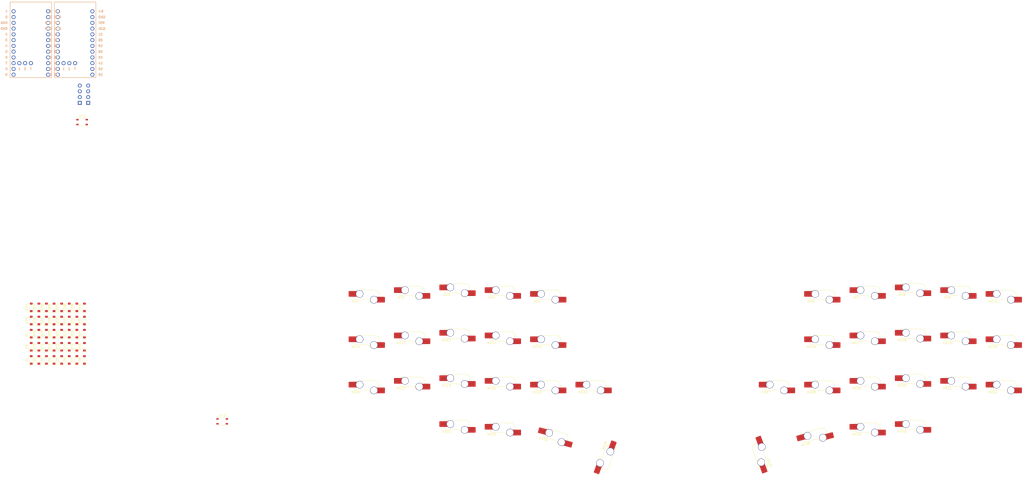
<source format=kicad_pcb>
(kicad_pcb (version 20241229) (generator "pcbnew") (generator_version "9.0")
  (layers (0 "F.Cu" signal) (2 "B.Cu" signal) (13 "F.Paste" user) (15 "B.Paste" user) (5 "F.SilkS" user "F.Silkscreen") (7 "B.SilkS" user "B.Silkscreen") (1 "F.Mask" user) (3 "B.Mask" user) (25 "Edge.Cuts" user))
  (net 0 "")
  (net 1 "GND")
  (net 2 "SDA")
  (net 3 "SCL")
  (net 4 "VCC")
  (net 15 "Net-(D20-A)")
  (net 18 "Net-(D6-A)")
  (net 19 "Net-(D5-A)")
  (net 20 "Net-(D19-A)")
  (net 21 "Net-(D18-A)")
  (net 22 "Net-(D17-A)")
  (net 23 "Net-(D16-A)")
  (net 24 "Net-(D15-A)")
  (net 25 "Net-(D14-A)")
  (net 26 "Net-(D13-A)")
  (net 27 "ROW 3")
  (net 28 "Net-(D12-A)")
  (net 29 "Net-(D11-A)")
  (net 30 "COL 1")
  (net 31 "Net-(D10-A)")
  (net 32 "Net-(D9-A)")
  (net 33 "ROW 2")
  (net 34 "Net-(D8-A)")
  (net 35 "COL 2")
  (net 36 "ROW 4")
  (net 37 "Net-(D7-A)")
  (net 38 "RST")
  (net 39 "ROW 1")
  (net 40 "COL 3")
  (net 41 "COL 5")
  (net 42 "Net-(D4-A)")
  (net 43 "COL 4")
  (net 44 "Net-(D3-A)")
  (net 45 "Net-(D2-A)")
  (net 46 "Net-(D1-A)")
  (net 47 "COL 6")
  (net 48 "Net-(D21-A)")
  (net 49 "Net-(D22-A)")
  (net 50 "Net-(D23-A)")
  (net 51 "Net-(D24-A)")
  (net 52 "Net-(D25-A)")
  (net 53 "Net-(D26-A)")
  (net 54 "Net-(D27-A)")
  (net 55 "Net-(D28-A)")
  (net 56 "Net-(D29-A)")
  (net 57 "Net-(D30-A)")
  (net 58 "Net-(D31-A)")
  (net 59 "Net-(D32-A)")
  (net 60 "Net-(D33-A)")
  (net 61 "Net-(D34-A)")
  (net 62 "Net-(D35-A)")
  (net 63 "Net-(D36-A)")
  (net 64 "Net-(D37-A)")
  (net 65 "Net-(D38-A)")
  (net 66 "Net-(D39-A)")
  (net 67 "Net-(D40-A)")
  (net 78 "ROW 1-R")
  (net 79 "ROW 2-R")
  (net 80 "ROW 3-R")
  (net 81 "ROW 4-R")
  (net 82 "SDA-R")
  (net 83 "VCC-R")
  (net 84 "SCL-R")
  (net 85 "GND-R")
  (net 86 "COL 1-R")
  (net 87 "COL 2-R")
  (net 88 "COL 3-R")
  (net 89 "COL 4-R")
  (net 90 "COL 5-R")
  (net 91 "COL 6-R")
  (net 92 "RST-R")
  (footprint "Diode_SMD:D_SOD-123" (layer "F.Cu") (at -94.763477 38.951568 90)
    (property "Reference" "D34" (at 0 -2 90) (layer "F.SilkS"))
    (property "Value" "Diode")
    (pad "1" smd roundrect (at -1.65 0 90) (size 0.9 1.2) (layers "F.Cu" "F.Mask" "F.Paste") (net 36 "ROW 4"))
    (pad "2" smd roundrect (at 1.65 0 90) (size 0.9 1.2) (layers "F.Cu" "F.Mask" "F.Paste") (net 61 "Net-(D34-A)"))
  )
  (footprint "Button_Switch_SMD:SW_Push_1P1T_NO_Vertical_Wuerth_434133025816" (layer "F.Cu") (at -75.691153 -42.735307)
    (property "Reference" "KY2" (at 0.15 -2.6 0) (layer "F.SilkS"))
    (property "Value" "Switch")
    (pad "1" smd rect (at -2.075 -1.075) (size 1.05 0.65) (layers "F.Cu" "F.Mask" "F.Paste") (net 85 "GND-R"))
    (pad "1" smd rect (at 2.075 -1.075) (size 1.05 0.65) (layers "F.Cu" "F.Mask" "F.Paste") (net 85 "GND-R"))
    (pad "2" smd rect (at -2.075 1.075) (size 1.05 0.65) (layers "F.Cu" "F.Mask" "F.Paste") (net 92 "RST-R"))
    (pad "2" smd rect (at 2.05 1.075) (size 1.05 0.65) (layers "F.Cu" "F.Mask" "F.Paste") (net 92 "RST-R"))
  )
  (footprint "Diode_SMD:D_SOD-123" (layer "F.Cu") (at -84.713477 38.951568 90)
    (property "Reference" "D37" (at 0 -2 90) (layer "F.SilkS"))
    (property "Value" "Diode")
    (pad "1" smd roundrect (at -1.65 0 90) (size 0.9 1.2) (layers "F.Cu" "F.Mask" "F.Paste") (net 81 "ROW 4-R"))
    (pad "2" smd roundrect (at 1.65 0 90) (size 0.9 1.2) (layers "F.Cu" "F.Mask" "F.Paste") (net 64 "Net-(D37-A)"))
  )
  (footprint "Diode_SMD:D_SOD-123" (layer "F.Cu") (at -74.663477 50.541568 90)
    (property "Reference" "D24" (at 0 -2 90) (layer "F.SilkS"))
    (property "Value" "Diode")
    (pad "1" smd roundrect (at -1.65 0 90) (size 0.9 1.2) (layers "F.Cu" "F.Mask" "F.Paste") (net 27 "ROW 3"))
    (pad "2" smd roundrect (at 1.65 0 90) (size 0.9 1.2) (layers "F.Cu" "F.Mask" "F.Paste") (net 51 "Net-(D24-A)"))
  )
  (footprint "Diode_SMD:D_SOD-123" (layer "F.Cu") (at -74.663477 62.131568 90)
    (property "Reference" "D8" (at 0 -2 90) (layer "F.SilkS"))
    (property "Value" "Diode")
    (pad "1" smd roundrect (at -1.65 0 90) (size 0.9 1.2) (layers "F.Cu" "F.Mask" "F.Paste") (net 78 "ROW 1-R"))
    (pad "2" smd roundrect (at 1.65 0 90) (size 0.9 1.2) (layers "F.Cu" "F.Mask" "F.Paste") (net 34 "Net-(D8-A)"))
  )
  (footprint "Diode_SMD:D_SOD-123" (layer "F.Cu") (at -84.713477 50.541568 90)
    (property "Reference" "D21" (at 0 -2 90) (layer "F.SilkS"))
    (property "Value" "Diode")
    (pad "1" smd roundrect (at -1.65 0 90) (size 0.9 1.2) (layers "F.Cu" "F.Mask" "F.Paste") (net 27 "ROW 3"))
    (pad "2" smd roundrect (at 1.65 0 90) (size 0.9 1.2) (layers "F.Cu" "F.Mask" "F.Paste") (net 48 "Net-(D21-A)"))
  )
  (footprint "Diode_SMD:D_SOD-123" (layer "F.Cu") (at -88.063477 62.131568 90)
    (property "Reference" "D4" (at 0 -2 90) (layer "F.SilkS"))
    (property "Value" "Diode")
    (pad "1" smd roundrect (at -1.65 0 90) (size 0.9 1.2) (layers "F.Cu" "F.Mask" "F.Paste") (net 39 "ROW 1"))
    (pad "2" smd roundrect (at 1.65 0 90) (size 0.9 1.2) (layers "F.Cu" "F.Mask" "F.Paste") (net 42 "Net-(D4-A)"))
  )
  (footprint "Diode_SMD:D_SOD-123" (layer "F.Cu") (at -91.413477 38.951568 90)
    (property "Reference" "D35" (at 0 -2 90) (layer "F.SilkS"))
    (property "Value" "Diode")
    (pad "1" smd roundrect (at -1.65 0 90) (size 0.9 1.2) (layers "F.Cu" "F.Mask" "F.Paste") (net 36 "ROW 4"))
    (pad "2" smd roundrect (at 1.65 0 90) (size 0.9 1.2) (layers "F.Cu" "F.Mask" "F.Paste") (net 62 "Net-(D35-A)"))
  )
  (footprint "PCM_marbastlib-mx:SW_MX_HS_CPG151101S11_1u" (layer "F.Cu") (at 49.184199 78.105)
    (property "Reference" "MX21" (at -4.25 -1.75 0) (layer "F.SilkS"))
    (property "Value" "MX_SW_HS")
    (pad "" np_thru_hole circle (at -5.08 0) (size 1.75 1.75) (drill 1.75) (layers "*.Cu" "*.Mask"))
    (pad "" np_thru_hole circle (at 0 0) (size 3.9878 3.9878) (drill 3.9878) (layers "*.Cu" "*.Mask"))
    (pad "" np_thru_hole circle (at 5.08 0) (size 1.75 1.75) (drill 1.75) (layers "*.Cu" "*.Mask"))
    (pad "1" thru_hole circle (at 3.81 -2.54) (size 3.3 3.3) (drill 3) (layers "*.Cu" "*.Mask") (net 30 "COL 1"))
    (pad "1" smd rect (at 5.635 -2.54 180) (size 1.65 2.5) (layers "F.Cu") (net 30 "COL 1"))
    (pad "1" smd roundrect (at 7.36 -2.54) (size 2.55 2.5) (layers "F.Cu" "F.Mask" "F.Paste") (roundrect_rratio 0.1) (net 30 "COL 1"))
    (pad "2" smd roundrect (at -6.09 -5.08) (size 2.55 2.5) (layers "F.Cu" "F.Mask" "F.Paste") (roundrect_rratio 0.1) (net 48 "Net-(D21-A)"))
    (pad "2" smd rect (at -4.34 -5.08) (size 1.65 2.5) (layers "F.Cu") (net 48 "Net-(D21-A)"))
    (pad "2" thru_hole circle (at -2.54 -5.08) (size 3.3 3.3) (drill 3) (layers "*.Cu" "*.Mask") (net 48 "Net-(D21-A)"))
  )
  (footprint "PCM_marbastlib-mx:SW_MX_HS_CPG151101S11_1u" (layer "F.Cu") (at 250.03125 38.1)
    (property "Reference" "MX6" (at -4.25 -1.75 0) (layer "F.SilkS"))
    (property "Value" "MX_SW_HS")
    (pad "" np_thru_hole circle (at -5.08 0) (size 1.75 1.75) (drill 1.75) (layers "*.Cu" "*.Mask"))
    (pad "" np_thru_hole circle (at 0 0) (size 3.9878 3.9878) (drill 3.9878) (layers "*.Cu" "*.Mask"))
    (pad "" np_thru_hole circle (at 5.08 0) (size 1.75 1.75) (drill 1.75) (layers "*.Cu" "*.Mask"))
    (pad "1" thru_hole circle (at 3.81 -2.54) (size 3.3 3.3) (drill 3) (layers "*.Cu" "*.Mask") (net 90 "COL 5-R"))
    (pad "1" smd rect (at 5.635 -2.54 180) (size 1.65 2.5) (layers "F.Cu") (net 90 "COL 5-R"))
    (pad "1" smd roundrect (at 7.36 -2.54) (size 2.55 2.5) (layers "F.Cu" "F.Mask" "F.Paste") (roundrect_rratio 0.1) (net 90 "COL 5-R"))
    (pad "2" smd roundrect (at -6.09 -5.08) (size 2.55 2.5) (layers "F.Cu" "F.Mask" "F.Paste") (roundrect_rratio 0.1) (net 18 "Net-(D6-A)"))
    (pad "2" smd rect (at -4.34 -5.08) (size 1.65 2.5) (layers "F.Cu") (net 18 "Net-(D6-A)"))
    (pad "2" thru_hole circle (at -2.54 -5.08) (size 3.3 3.3) (drill 3) (layers "*.Cu" "*.Mask") (net 18 "Net-(D6-A)"))
  )
  (footprint "PCM_marbastlib-mx:SW_MX_HS_CPG151101S11_1u" (layer "F.Cu") (at 330.04125 78.105)
    (property "Reference" "MX32" (at -4.25 -1.75 0) (layer "F.SilkS"))
    (property "Value" "MX_SW_HS")
    (pad "" np_thru_hole circle (at -5.08 0) (size 1.75 1.75) (drill 1.75) (layers "*.Cu" "*.Mask"))
    (pad "" np_thru_hole circle (at 0 0) (size 3.9878 3.9878) (drill 3.9878) (layers "*.Cu" "*.Mask"))
    (pad "" np_thru_hole circle (at 5.08 0) (size 1.75 1.75) (drill 1.75) (layers "*.Cu" "*.Mask"))
    (pad "1" thru_hole circle (at 3.81 -2.54) (size 3.3 3.3) (drill 3) (layers "*.Cu" "*.Mask") (net 86 "COL 1-R"))
    (pad "1" smd rect (at 5.635 -2.54 180) (size 1.65 2.5) (layers "F.Cu") (net 86 "COL 1-R"))
    (pad "1" smd roundrect (at 7.36 -2.54) (size 2.55 2.5) (layers "F.Cu" "F.Mask" "F.Paste") (roundrect_rratio 0.1) (net 86 "COL 1-R"))
    (pad "2" smd roundrect (at -6.09 -5.08) (size 2.55 2.5) (layers "F.Cu" "F.Mask" "F.Paste") (roundrect_rratio 0.1) (net 59 "Net-(D32-A)"))
    (pad "2" smd rect (at -4.34 -5.08) (size 1.65 2.5) (layers "F.Cu") (net 59 "Net-(D32-A)"))
    (pad "2" thru_hole circle (at -2.54 -5.08) (size 3.3 3.3) (drill 3) (layers "*.Cu" "*.Mask") (net 59 "Net-(D32-A)"))
  )
  (footprint "PCM_marbastlib-mx:SW_MX_HS_CPG151101S11_1u" (layer "F.Cu") (at 69.186699 36.433125)
    (property "Reference" "MX2" (at -4.25 -1.75 0) (layer "F.SilkS"))
    (property "Value" "MX_SW_HS")
    (pad "" np_thru_hole circle (at -5.08 0) (size 1.75 1.75) (drill 1.75) (layers "*.Cu" "*.Mask"))
    (pad "" np_thru_hole circle (at 0 0) (size 3.9878 3.9878) (drill 3.9878) (layers "*.Cu" "*.Mask"))
    (pad "" np_thru_hole circle (at 5.08 0) (size 1.75 1.75) (drill 1.75) (layers "*.Cu" "*.Mask"))
    (pad "1" thru_hole circle (at 3.81 -2.54) (size 3.3 3.3) (drill 3) (layers "*.Cu" "*.Mask") (net 35 "COL 2"))
    (pad "1" smd rect (at 5.635 -2.54 180) (size 1.65 2.5) (layers "F.Cu") (net 35 "COL 2"))
    (pad "1" smd roundrect (at 7.36 -2.54) (size 2.55 2.5) (layers "F.Cu" "F.Mask" "F.Paste") (roundrect_rratio 0.1) (net 35 "COL 2"))
    (pad "2" smd roundrect (at -6.09 -5.08) (size 2.55 2.5) (layers "F.Cu" "F.Mask" "F.Paste") (roundrect_rratio 0.1) (net 45 "Net-(D2-A)"))
    (pad "2" smd rect (at -4.34 -5.08) (size 1.65 2.5) (layers "F.Cu") (net 45 "Net-(D2-A)"))
    (pad "2" thru_hole circle (at -2.54 -5.08) (size 3.3 3.3) (drill 3) (layers "*.Cu" "*.Mask") (net 45 "Net-(D2-A)"))
  )
  (footprint "PCM_marbastlib-mx:SW_MX_HS_CPG151101S11_1u" (layer "F.Cu") (at 330.04125 38.1)
    (property "Reference" "MX10" (at -4.25 -1.75 0) (layer "F.SilkS"))
    (property "Value" "MX_SW_HS")
    (pad "" np_thru_hole circle (at -5.08 0) (size 1.75 1.75) (drill 1.75) (layers "*.Cu" "*.Mask"))
    (pad "" np_thru_hole circle (at 0 0) (size 3.9878 3.9878) (drill 3.9878) (layers "*.Cu" "*.Mask"))
    (pad "" np_thru_hole circle (at 5.08 0) (size 1.75 1.75) (drill 1.75) (layers "*.Cu" "*.Mask"))
    (pad "1" thru_hole circle (at 3.81 -2.54) (size 3.3 3.3) (drill 3) (layers "*.Cu" "*.Mask") (net 86 "COL 1-R"))
    (pad "1" smd rect (at 5.635 -2.54 180) (size 1.65 2.5) (layers "F.Cu") (net 86 "COL 1-R"))
    (pad "1" smd roundrect (at 7.36 -2.54) (size 2.55 2.5) (layers "F.Cu" "F.Mask" "F.Paste") (roundrect_rratio 0.1) (net 86 "COL 1-R"))
    (pad "2" smd roundrect (at -6.09 -5.08) (size 2.55 2.5) (layers "F.Cu" "F.Mask" "F.Paste") (roundrect_rratio 0.1) (net 31 "Net-(D10-A)"))
    (pad "2" smd rect (at -4.34 -5.08) (size 1.65 2.5) (layers "F.Cu") (net 31 "Net-(D10-A)"))
    (pad "2" thru_hole circle (at -2.54 -5.08) (size 3.3 3.3) (drill 3) (layers "*.Cu" "*.Mask") (net 31 "Net-(D10-A)"))
  )
  (footprint "Diode_SMD:D_SOD-123" (layer "F.Cu") (at -81.363477 56.336568 90)
    (property "Reference" "D14" (at 0 -2 90) (layer "F.SilkS"))
    (property "Value" "Diode")
    (pad "1" smd roundrect (at -1.65 0 90) (size 0.9 1.2) (layers "F.Cu" "F.Mask" "F.Paste") (net 33 "ROW 2"))
    (pad "2" smd roundrect (at 1.65 0 90) (size 0.9 1.2) (layers "F.Cu" "F.Mask" "F.Paste") (net 25 "Net-(D14-A)"))
  )
  (footprint "Diode_SMD:D_SOD-123" (layer "F.Cu") (at -78.013477 62.131568 90)
    (property "Reference" "D7" (at 0 -2 90) (layer "F.SilkS"))
    (property "Value" "Diode")
    (pad "1" smd roundrect (at -1.65 0 90) (size 0.9 1.2) (layers "F.Cu" "F.Mask" "F.Paste") (net 78 "ROW 1-R"))
    (pad "2" smd roundrect (at 1.65 0 90) (size 0.9 1.2) (layers "F.Cu" "F.Mask" "F.Paste") (net 37 "Net-(D7-A)"))
  )
  (footprint "PCM_marbastlib-mx:SW_MX_HS_CPG151101S11_1u" (layer "F.Cu") (at 69.186699 76.438125)
    (property "Reference" "MX22" (at -4.25 -1.75 0) (layer "F.SilkS"))
    (property "Value" "MX_SW_HS")
    (pad "" np_thru_hole circle (at -5.08 0) (size 1.75 1.75) (drill 1.75) (layers "*.Cu" "*.Mask"))
    (pad "" np_thru_hole circle (at 0 0) (size 3.9878 3.9878) (drill 3.9878) (layers "*.Cu" "*.Mask"))
    (pad "" np_thru_hole circle (at 5.08 0) (size 1.75 1.75) (drill 1.75) (layers "*.Cu" "*.Mask"))
    (pad "1" thru_hole circle (at 3.81 -2.54) (size 3.3 3.3) (drill 3) (layers "*.Cu" "*.Mask") (net 35 "COL 2"))
    (pad "1" smd rect (at 5.635 -2.54 180) (size 1.65 2.5) (layers "F.Cu") (net 35 "COL 2"))
    (pad "1" smd roundrect (at 7.36 -2.54) (size 2.55 2.5) (layers "F.Cu" "F.Mask" "F.Paste") (roundrect_rratio 0.1) (net 35 "COL 2"))
    (pad "2" smd roundrect (at -6.09 -5.08) (size 2.55 2.5) (layers "F.Cu" "F.Mask" "F.Paste") (roundrect_rratio 0.1) (net 49 "Net-(D22-A)"))
    (pad "2" smd rect (at -4.34 -5.08) (size 1.65 2.5) (layers "F.Cu") (net 49 "Net-(D22-A)"))
    (pad "2" thru_hole circle (at -2.54 -5.08) (size 3.3 3.3) (drill 3) (layers "*.Cu" "*.Mask") (net 49 "Net-(D22-A)"))
  )
  (footprint "Diode_SMD:D_SOD-123" (layer "F.Cu") (at -78.013477 44.746568 90)
    (property "Reference" "D31" (at 0 -2 90) (layer "F.SilkS"))
    (property "Value" "Diode")
    (pad "1" smd roundrect (at -1.65 0 90) (size 0.9 1.2) (layers "F.Cu" "F.Mask" "F.Paste") (net 80 "ROW 3-R"))
    (pad "2" smd roundrect (at 1.65 0 90) (size 0.9 1.2) (layers "F.Cu" "F.Mask" "F.Paste") (net 58 "Net-(D31-A)"))
  )
  (footprint "PCM_marbastlib-mx:SW_MX_HS_CPG151101S11_1u" (layer "F.Cu") (at 129.194199 58.1025)
    (property "Reference" "MX15" (at -4.25 -1.75 0) (layer "F.SilkS"))
    (property "Value" "MX_SW_HS")
    (pad "" np_thru_hole circle (at -5.08 0) (size 1.75 1.75) (drill 1.75) (layers "*.Cu" "*.Mask"))
    (pad "" np_thru_hole circle (at 0 0) (size 3.9878 3.9878) (drill 3.9878) (layers "*.Cu" "*.Mask"))
    (pad "" np_thru_hole circle (at 5.08 0) (size 1.75 1.75) (drill 1.75) (layers "*.Cu" "*.Mask"))
    (pad "1" thru_hole circle (at 3.81 -2.54) (size 3.3 3.3) (drill 3) (layers "*.Cu" "*.Mask") (net 41 "COL 5"))
    (pad "1" smd rect (at 5.635 -2.54 180) (size 1.65 2.5) (layers "F.Cu") (net 41 "COL 5"))
    (pad "1" smd roundrect (at 7.36 -2.54) (size 2.55 2.5) (layers "F.Cu" "F.Mask" "F.Paste") (roundrect_rratio 0.1) (net 41 "COL 5"))
    (pad "2" smd roundrect (at -6.09 -5.08) (size 2.55 2.5) (layers "F.Cu" "F.Mask" "F.Paste") (roundrect_rratio 0.1) (net 24 "Net-(D15-A)"))
    (pad "2" smd rect (at -4.34 -5.08) (size 1.65 2.5) (layers "F.Cu") (net 24 "Net-(D15-A)"))
    (pad "2" thru_hole circle (at -2.54 -5.08) (size 3.3 3.3) (drill 3) (layers "*.Cu" "*.Mask") (net 24 "Net-(D15-A)"))
  )
  (footprint "PCM_marbastlib-mx:SW_MX_HS_CPG151101S11_1u" (layer "F.Cu") (at 310.03875 76.438125)
    (property "Reference" "MX31" (at -4.25 -1.75 0) (layer "F.SilkS"))
    (property "Value" "MX_SW_HS")
    (pad "" np_thru_hole circle (at -5.08 0) (size 1.75 1.75) (drill 1.75) (layers "*.Cu" "*.Mask"))
    (pad "" np_thru_hole circle (at 0 0) (size 3.9878 3.9878) (drill 3.9878) (layers "*.Cu" "*.Mask"))
    (pad "" np_thru_hole circle (at 5.08 0) (size 1.75 1.75) (drill 1.75) (layers "*.Cu" "*.Mask"))
    (pad "1" thru_hole circle (at 3.81 -2.54) (size 3.3 3.3) (drill 3) (layers "*.Cu" "*.Mask") (net 87 "COL 2-R"))
    (pad "1" smd rect (at 5.635 -2.54 180) (size 1.65 2.5) (layers "F.Cu") (net 87 "COL 2-R"))
    (pad "1" smd roundrect (at 7.36 -2.54) (size 2.55 2.5) (layers "F.Cu" "F.Mask" "F.Paste") (roundrect_rratio 0.1) (net 87 "COL 2-R"))
    (pad "2" smd roundrect (at -6.09 -5.08) (size 2.55 2.5) (layers "F.Cu" "F.Mask" "F.Paste") (roundrect_rratio 0.1) (net 58 "Net-(D31-A)"))
    (pad "2" smd rect (at -4.34 -5.08) (size 1.65 2.5) (layers "F.Cu") (net 58 "Net-(D31-A)"))
    (pad "2" thru_hole circle (at -2.54 -5.08) (size 3.3 3.3) (drill 3) (layers "*.Cu" "*.Mask") (net 58 "Net-(D31-A)"))
  )
  (footprint "ScottoKeebs_MCU:Nice_Nano_V2" (layer "F.Cu") (at -98.286153 -77.880307)
    (property "Reference" "U1" (hide yes))
    (property "Value" "Nice_Nano_V2" (hide yes))
    (fp_text user "8" (at -10.16 11.71 0) (layer "F.SilkS") (effects (font (thickness 0.2) (bold yes)) (justify right)))
    (fp_text user "3.3v" (at 10.16 -6.07 0) (layer "F.SilkS") (effects (font (thickness 0.2) (bold yes)) (justify left)))
    (fp_text user "2" (at -10.16 -3.53 0) (layer "F.SilkS") (effects (font (thickness 0.2) (bold yes)) (justify right)))
    (fp_text user "14" (at 10.16 9.17 0) (layer "F.SilkS") (effects (font (thickness 0.2) (bold yes)) (justify left)))
    (fp_text user "16" (at 10.16 11.71 0) (layer "F.SilkS") (effects (font (thickness 0.2) (bold yes)) (justify left)))
    (fp_text user "0" (at -10.16 -11.15 0) (layer "F.SilkS") (effects (font (thickness 0.2) (bold yes)) (justify right)))
    (fp_text user "10" (at 10.16 14.25 0) (layer "F.SilkS") (effects (font (thickness 0.2) (bold yes)) (justify left)))
    (fp_text user "GND" (at 10.16 -11.15 0) (layer "F.SilkS") (effects (font (thickness 0.2) (bold yes)) (justify left)))
    (fp_text user "21" (at 10.16 -3.53 0) (layer "F.SilkS") (effects (font (thickness 0.2) (bold yes)) (justify left)))
    (fp_text user "4" (at -10.16 1.55 0) (layer "F.SilkS") (effects (font (thickness 0.2) (bold yes)) (justify right)))
    (fp_text user "20" (at 10.16 -0.99 0) (layer "F.SilkS") (effects (font (thickness 0.2) (bold yes)) (justify left)))
    (fp_text user "6" (at -10.16 6.63 0) (layer "F.SilkS") (effects (font (thickness 0.2) (bold yes)) (justify right)))
    (fp_text user "RST" (at 10.16 -8.61 0) (layer "F.SilkS") (effects (font (thickness 0.2) (bold yes)) (justify left)))
    (fp_text user "15" (at 10.16 6.63 0) (layer "F.SilkS") (effects (font (thickness 0.2) (bold yes)) (justify left)))
    (fp_text user "B+" (at 10.16 -13.69 0) (layer "F.SilkS") (effects (font (thickness 0.2) (bold yes)) (justify left)))
    (fp_text user "1" (at -5.08 11.71 0) (layer "F.SilkS") (effects (font (thickness 0.2) (bold yes))))
    (fp_text user "GND" (at -10.16 -6.07 0) (layer "F.SilkS") (effects (font (thickness 0.2) (bold yes)) (justify right)))
    (fp_text user "5" (at -10.16 4.09 0) (layer "F.SilkS") (effects (font (thickness 0.2) (bold yes)) (justify right)))
    (fp_text user "9" (at -10.16 14.25 0) (layer "F.SilkS") (effects (font (thickness 0.2) (bold yes)) (justify right)))
    (fp_text user "7" (at 0 11.709998 0) (layer "F.SilkS") (effects (font (thickness 0.2) (bold yes))))
    (fp_text user "18" (at 10.16 4.09 0) (layer "F.SilkS") (effects (font (thickness 0.2) (bold yes)) (justify left)))
    (fp_text user "GND" (at -10.16 -8.61 0) (layer "F.SilkS") (effects (font (thickness 0.2) (bold yes)) (justify right)))
    (fp_text user "19" (at 10.16 1.55 0) (layer "F.SilkS") (effects (font (thickness 0.2) (bold yes)) (justify left)))
    (fp_text user "3" (at -10.16 -0.99 0) (layer "F.SilkS") (effects (font (thickness 0.2) (bold yes)) (justify right)))
    (fp_text user "7" (at -10.16 9.17 0) (layer "F.SilkS") (effects (font (thickness 0.2) (bold yes)) (justify right)))
    (fp_text user "2" (at -2.54 11.71 0) (layer "F.SilkS") (effects (font (thickness 0.2) (bold yes))))
    (fp_text user "1" (at -10.16 -13.69 0) (layer "F.SilkS") (effects (font (thickness 0.2) (bold yes)) (justify right)))
    (fp_text user "21" (at 10.16 -3.53 0) (layer "B.SilkS") (effects (font (thickness 0.2) (bold yes)) (justify right mirror)))
    (fp_text user "B+" (at 10.16 -13.69 0) (layer "B.SilkS") (effects (font (thickness 0.2) (bold yes)) (justify right mirror)))
    (fp_text user "7" (at 0 11.709998 0) (layer "B.SilkS") (effects (font (thickness 0.2) (bold yes)) (justify mirror)))
    (fp_text user "3.3v" (at 10.16 -6.07 0) (layer "B.SilkS") (effects (font (thickness 0.2) (bold yes)) (justify right mirror)))
    (fp_text user "14" (at 10.16 9.17 0) (layer "B.SilkS") (effects (font (thickness 0.2) (bold yes)) (justify right mirror)))
    (fp_text user "GND" (at -10.16 -6.07 0) (layer "B.SilkS") (effects (font (thickness 0.2) (bold yes)) (justify left mirror)))
    (fp_text user "2" (at -2.54 11.71 0) (layer "B.SilkS") (effects (font (thickness 0.2) (bold yes)) (justify mirror)))
    (fp_text user "7" (at -10.16 9.17 0) (layer "B.SilkS") (effects (font (thickness 0.2) (bold yes)) (justify left mirror)))
    (fp_text user "1" (at -10.16 -13.69 0) (layer "B.SilkS") (effects (font (thickness 0.2) (bold yes)) (justify left mirror)))
    (fp_text user "0" (at -10.16 -11.15 0) (layer "B.SilkS") (effects (font (thickness 0.2) (bold yes)) (justify left mirror)))
    (fp_text user "GND" (at 10.16 -11.15 0) (layer "B.SilkS") (effects (font (thickness 0.2) (bold yes)) (justify right mirror)))
    (fp_text user "2" (at -10.16 -3.53 0) (layer "B.SilkS") (effects (font (thickness 0.2) (bold yes)) (justify left mirror)))
    (fp_text user "6" (at -10.16 6.63 0) (layer "B.SilkS") (effects (font (thickness 0.2) (bold yes)) (justify left mirror)))
    (fp_text user "RST" (at 10.16 -8.61 0) (layer "B.SilkS") (effects (font (thickness 0.2) (bold yes)) (justify right mirror)))
    (fp_text user "8" (at -10.16 11.71 0) (layer "B.SilkS") (effects (font (thickness 0.2) (bold yes)) (justify left mirror)))
    (fp_text user "1" (at -5.08 11.71 0) (layer "B.SilkS") (effects (font (thickness 0.2) (bold yes)) (justify mirror)))
    (fp_text user "9" (at -10.16 14.25 0) (layer "B.SilkS") (effects (font (thickness 0.2) (bold yes)) (justify left mirror)))
    (fp_text user "15" (at 10.16 6.63 0) (layer "B.SilkS") (effects (font (thickness 0.2) (bold yes)) (justify right mirror)))
    (fp_text user "4" (at -10.16 1.55 0) (layer "B.SilkS") (effects (font (thickness 0.2) (bold yes)) (justify left mirror)))
    (fp_text user "16" (at 10.16 11.71 0) (layer "B.SilkS") (effects (font (thickness 0.2) (bold yes)) (justify right mirror)))
    (fp_text user "5" (at -10.16 4.09 0) (layer "B.SilkS") (effects (font (thickness 0.2) (bold yes)) (justify left mirror)))
    (fp_text user "GND" (at -10.16 -8.61 0) (layer "B.SilkS") (effects (font (thickness 0.2) (bold yes)) (justify left mirror)))
    (fp_text user "3" (at -10.16 -0.99 0) (layer "B.SilkS") (effects (font (thickness 0.2) (bold yes)) (justify left mirror)))
    (fp_text user "10" (at 10.16 14.25 0) (layer "B.SilkS") (effects (font (thickness 0.2) (bold yes)) (justify right mirror)))
    (fp_text user "20" (at 10.16 -0.99 0) (layer "B.SilkS") (effects (font (thickness 0.2) (bold yes)) (justify right mirror)))
    (fp_text user "19" (at 10.16 1.55 0) (layer "B.SilkS") (effects (font (thickness 0.2) (bold yes)) (justify right mirror)))
    (fp_text user "18" (at 10.16 4.09 0) (layer "B.SilkS") (effects (font (thickness 0.2) (bold yes)) (justify right mirror)))
    (pad "1" thru_hole circle (at -7.62 -13.69 270) (size 1.7526 1.7526) (drill 1.0922) (layers "*.Cu" "*.Mask"))
    (pad "2" thru_hole circle (at -7.62 -11.15 270) (size 1.7526 1.7526) (drill 1.0922) (layers "*.Cu" "*.Mask"))
    (pad "3" thru_hole circle (at -7.62 -8.61 270) (size 1.7526 1.7526) (drill 1.0922) (layers "*.Cu" "*.Mask"))
    (pad "4" thru_hole circle (at -7.62 -6.07 270) (size 1.7526 1.7526) (drill 1.0922) (layers "*.Cu" "*.Mask"))
    (pad "5" thru_hole circle (at -7.62 -3.53 270) (size 1.7526 1.7526) (drill 1.0922) (layers "*.Cu" "*.Mask") (net 2 "SDA"))
    (pad "6" thru_hole circle (at -7.62 -0.99 270) (size 1.7526 1.7526) (drill 1.0922) (layers "*.Cu" "*.Mask") (net 3 "SCL"))
    (pad "7" thru_hole circle (at -7.62 1.55 270) (size 1.7526 1.7526) (drill 1.0922) (layers "*.Cu" "*.Mask") (net 30 "COL 1"))
    (pad "8" thru_hole circle (at -7.62 4.09 270) (size 1.7526 1.7526) (drill 1.0922) (layers "*.Cu" "*.Mask") (net 35 "COL 2"))
    (pad "9" thru_hole circle (at -7.62 6.63 270) (size 1.7526 1.7526) (drill 1.0922) (layers "*.Cu" "*.Mask") (net 40 "COL 3"))
    (pad "10" thru_hole circle (at -7.62 9.17 270) (size 1.7526 1.7526) (drill 1.0922) (layers "*.Cu" "*.Mask") (net 43 "COL 4"))
    (pad "11" thru_hole circle (at -7.62 11.71 270) (size 1.7526 1.7526) (drill 1.0922) (layers "*.Cu" "*.Mask") (net 41 "COL 5"))
    (pad "12" thru_hole circle (at -7.62 14.25 270) (size 1.7526 1.7526) (drill 1.0922) (layers "*.Cu" "*.Mask") (net 47 "COL 6"))
    (pad "13" thru_hole circle (at 7.62 14.25 270) (size 1.7526 1.7526) (drill 1.0922) (layers "*.Cu" "*.Mask") (net 36 "ROW 4"))
    (pad "14" thru_hole circle (at 7.62 11.71 270) (size 1.7526 1.7526) (drill 1.0922) (layers "*.Cu" "*.Mask") (net 27 "ROW 3"))
    (pad "15" thru_hole circle (at 7.62 9.17 270) (size 1.7526 1.7526) (drill 1.0922) (layers "*.Cu" "*.Mask") (net 33 "ROW 2"))
    (pad "16" thru_hole circle (at 7.62 6.63 270) (size 1.7526 1.7526) (drill 1.0922) (layers "*.Cu" "*.Mask") (net 39 "ROW 1"))
    (pad "17" thru_hole circle (at 7.62 4.09 270) (size 1.7526 1.7526) (drill 1.0922) (layers "*.Cu" "*.Mask"))
    (pad "18" thru_hole circle (at 7.62 1.55 270) (size 1.7526 1.7526) (drill 1.0922) (layers "*.Cu" "*.Mask"))
    (pad "19" thru_hole circle (at 7.62 -0.99 270) (size 1.7526 1.7526) (drill 1.0922) (layers "*.Cu" "*.Mask"))
    (pad "20" thru_hole circle (at 7.62 -3.53 270) (size 1.7526 1.7526) (drill 1.0922) (layers "*.Cu" "*.Mask"))
    (pad "21" thru_hole circle (at 7.62 -6.07 270) (size 1.7526 1.7526) (drill 1.0922) (layers "*.Cu" "*.Mask") (net 4 "VCC"))
    (pad "22" thru_hole circle (at 7.62 -8.61 270) (size 1.7526 1.7526) (drill 1.0922) (layers "*.Cu" "*.Mask") (net 38 "RST"))
    (pad "23" thru_hole circle (at 7.62 -11.15 270) (size 1.7526 1.7526) (drill 1.0922) (layers "*.Cu" "*.Mask") (net 1 "GND"))
    (pad "24" thru_hole circle (at 7.62 -13.69 270) (size 1.7526 1.7526) (drill 1.0922) (layers "*.Cu" "*.Mask"))
    (pad "25" thru_hole circle (at -5.08 9.17) (size 1.7526 1.7526) (drill 1.0922) (layers "*.Cu" "*.Mask"))
    (pad "26" thru_hole circle (at -2.54 9.17) (size 1.7526 1.7526) (drill 1.0922) (layers "*.Cu" "*.Mask"))
    (pad "27" thru_hole circle (at 0 9.17) (size 1.7526 1.7526) (drill 1.0922) (layers "*.Cu" "*.Mask"))
  )
  (footprint "PCM_marbastlib-mx:SW_MX_HS_CPG151101S11_1u" (layer "F.Cu") (at 247.888125 99.844743 15)
    (property "Reference" "MX38" (at -4.25 -1.75 15) (layer "F.SilkS"))
    (property "Value" "MX_SW_HS")
    (pad "" np_thru_hole circle (at -5.08 0 15) (size 1.75 1.75) (drill 1.75) (layers "*.Cu" "*.Mask"))
    (pad "" np_thru_hole circle (at 0 0 15) (size 3.9878 3.9878) (drill 3.9878) (layers "*.Cu" "*.Mask"))
    (pad "" np_thru_hole circle (at 5.08 0 15) (size 1.75 1.75) (drill 1.75) (layers "*.Cu" "*.Mask"))
    (pad "1" thru_hole circle (at 3.81 -2.54 15) (size 3.3 3.3) (drill 3) (layers "*.Cu" "*.Mask") (net 90 "COL 5-R"))
    (pad "1" smd rect (at 5.635 -2.54 195) (size 1.65 2.5) (layers "F.Cu") (net 90 "COL 5-R"))
    (pad "1" smd roundrect (at 7.36 -2.54 15) (size 2.55 2.5) (layers "F.Cu" "F.Mask" "F.Paste") (roundrect_rratio 0.1) (net 90 "COL 5-R"))
    (pad "2" smd roundrect (at -6.09 -5.08 15) (size 2.55 2.5) (layers "F.Cu" "F.Mask" "F.Paste") (roundrect_rratio 0.1) (net 65 "Net-(D38-A)"))
    (pad "2" smd rect (at -4.34 -5.08 15) (size 1.65 2.5) (layers "F.Cu") (net 65 "Net-(D38-A)"))
    (pad "2" thru_hole circle (at -2.54 -5.08 15) (size 3.3 3.3) (drill 3) (layers "*.Cu" "*.Mask") (net 65 "Net-(D38-A)"))
  )
  (footprint "Diode_SMD:D_SOD-123" (layer "F.Cu") (at -81.363477 50.541568 90)
    (property "Reference" "D22" (at 0 -2 90) (layer "F.SilkS"))
    (property "Value" "Diode")
    (pad "1" smd roundrect (at -1.65 0 90) (size 0.9 1.2) (layers "F.Cu" "F.Mask" "F.Paste") (net 27 "ROW 3"))
    (pad "2" smd roundrect (at 1.65 0 90) (size 0.9 1.2) (layers "F.Cu" "F.Mask" "F.Paste") (net 49 "Net-(D22-A)"))
  )
  (footprint "Diode_SMD:D_SOD-123" (layer "F.Cu") (at -91.413477 50.541568 90)
    (property "Reference" "D19" (at 0 -2 90) (layer "F.SilkS"))
    (property "Value" "Diode")
    (pad "1" smd roundrect (at -1.65 0 90) (size 0.9 1.2) (layers "F.Cu" "F.Mask" "F.Paste") (net 79 "ROW 2-R"))
    (pad "2" smd roundrect (at 1.65 0 90) (size 0.9 1.2) (layers "F.Cu" "F.Mask" "F.Paste") (net 20 "Net-(D19-A)"))
  )
  (footprint "ScottoKeebs_Components:OLED_128x32" (layer "F.Cu") (at -78.316153 -61.010307)
    (property "Reference" "J1" (hide yes))
    (property "Value" "OLED_128x32")
    (pad "1" thru_hole rect (at 1.6 9.8 180) (size 1.7 1.7) (drill 1) (layers "*.Cu" "*.Mask") (net 1 "GND"))
    (pad "2" thru_hole oval (at 1.6 7.26 180) (size 1.7 1.7) (drill 1) (layers "*.Cu" "*.Mask") (net 4 "VCC"))
    (pad "3" thru_hole oval (at 1.6 4.72 180) (size 1.7 1.7) (drill 1) (layers "*.Cu" "*.Mask") (net 3 "SCL"))
    (pad "4" thru_hole oval (at 1.6 2.18 180) (size 1.7 1.7) (drill 1) (layers "*.Cu" "*.Mask") (net 2 "SDA"))
  )
  (footprint "Diode_SMD:D_SOD-123" (layer "F.Cu") (at -84.713477 44.746568 90)
    (property "Reference" "D29" (at 0 -2 90) (layer "F.SilkS"))
    (property "Value" "Diode")
    (pad "1" smd roundrect (at -1.65 0 90) (size 0.9 1.2) (layers "F.Cu" "F.Mask" "F.Paste") (net 80 "ROW 3-R"))
    (pad "2" smd roundrect (at 1.65 0 90) (size 0.9 1.2) (layers "F.Cu" "F.Mask" "F.Paste") (net 56 "Net-(D29-A)"))
  )
  (footprint "PCM_marbastlib-mx:SW_MX_HS_CPG151101S11_1u" (layer "F.Cu") (at 310.03875 36.433125)
    (property "Reference" "MX9" (at -4.25 -1.75 0) (layer "F.SilkS"))
    (property "Value" "MX_SW_HS")
    (pad "" np_thru_hole circle (at -5.08 0) (size 1.75 1.75) (drill 1.75) (layers "*.Cu" "*.Mask"))
    (pad "" np_thru_hole circle (at 0 0) (size 3.9878 3.9878) (drill 3.9878) (layers "*.Cu" "*.Mask"))
    (pad "" np_thru_hole circle (at 5.08 0) (size 1.75 1.75) (drill 1.75) (layers "*.Cu" "*.Mask"))
    (pad "1" thru_hole circle (at 3.81 -2.54) (size 3.3 3.3) (drill 3) (layers "*.Cu" "*.Mask") (net 87 "COL 2-R"))
    (pad "1" smd rect (at 5.635 -2.54 180) (size 1.65 2.5) (layers "F.Cu") (net 87 "COL 2-R"))
    (pad "1" smd roundrect (at 7.36 -2.54) (size 2.55 2.5) (layers "F.Cu" "F.Mask" "F.Paste") (roundrect_rratio 0.1) (net 87 "COL 2-R"))
    (pad "2" smd roundrect (at -6.09 -5.08) (size 2.55 2.5) (layers "F.Cu" "F.Mask" "F.Paste") (roundrect_rratio 0.1) (net 32 "Net-(D9-A)"))
    (pad "2" smd rect (at -4.34 -5.08) (size 1.65 2.5) (layers "F.Cu") (net 32 "Net-(D9-A)"))
    (pad "2" thru_hole circle (at -2.54 -5.08) (size 3.3 3.3) (drill 3) (layers "*.Cu" "*.Mask") (net 32 "Net-(D9-A)"))
  )
  (footprint "Diode_SMD:D_SOD-123" (layer "F.Cu") (at -94.763477 56.336568 90)
    (property "Reference" "D10" (at 0 -2 90) (layer "F.SilkS"))
    (property "Value" "Diode")
    (pad "1" smd roundrect (at -1.65 0 90) (size 0.9 1.2) (layers "F.Cu" "F.Mask" "F.Paste") (net 78 "ROW 1-R"))
    (pad "2" smd roundrect (at 1.65 0 90) (size 0.9 1.2) (layers "F.Cu" "F.Mask" "F.Paste") (net 31 "Net-(D10-A)"))
  )
  (footprint "PCM_marbastlib-mx:SW_MX_HS_CPG151101S11_1u" (layer "F.Cu") (at 129.194199 78.105)
    (property "Reference" "MX25" (at -4.25 -1.75 0) (layer "F.SilkS"))
    (property "Value" "MX_SW_HS")
    (pad "" np_thru_hole circle (at -5.08 0) (size 1.75 1.75) (drill 1.75) (layers "*.Cu" "*.Mask"))
    (pad "" np_thru_hole circle (at 0 0) (size 3.9878 3.9878) (drill 3.9878) (layers "*.Cu" "*.Mask"))
    (pad "" np_thru_hole circle (at 5.08 0) (size 1.75 1.75) (drill 1.75) (layers "*.Cu" "*.Mask"))
    (pad "1" thru_hole circle (at 3.81 -2.54) (size 3.3 3.3) (drill 3) (layers "*.Cu" "*.Mask") (net 41 "COL 5"))
    (pad "1" smd rect (at 5.635 -2.54 180) (size 1.65 2.5) (layers "F.Cu") (net 41 "COL 5"))
    (pad "1" smd roundrect (at 7.36 -2.54) (size 2.55 2.5) (layers "F.Cu" "F.Mask" "F.Paste") (roundrect_rratio 0.1) (net 41 "COL 5"))
    (pad "2" smd roundrect (at -6.09 -5.08) (size 2.55 2.5) (layers "F.Cu" "F.Mask" "F.Paste") (roundrect_rratio 0.1) (net 52 "Net-(D25-A)"))
    (pad "2" smd rect (at -4.34 -5.08) (size 1.65 2.5) (layers "F.Cu") (net 52 "Net-(D25-A)"))
    (pad "2" thru_hole circle (at -2.54 -5.08) (size 3.3 3.3) (drill 3) (layers "*.Cu" "*.Mask") (net 52 "Net-(D25-A)"))
  )
  (footprint "PCM_marbastlib-mx:SW_MX_HS_CPG151101S11_1u" (layer "F.Cu") (at 230.02875 78.105)
    (property "Reference" "MX27" (at -4.25 -1.75 0) (layer "F.SilkS"))
    (property "Value" "MX_SW_HS")
    (pad "" np_thru_hole circle (at -5.08 0) (size 1.75 1.75) (drill 1.75) (layers "*.Cu" "*.Mask"))
    (pad "" np_thru_hole circle (at 0 0) (size 3.9878 3.9878) (drill 3.9878) (layers "*.Cu" "*.Mask"))
    (pad "" np_thru_hole circle (at 5.08 0) (size 1.75 1.75) (drill 1.75) (layers "*.Cu" "*.Mask"))
    (pad "1" thru_hole circle (at 3.81 -2.54) (size 3.3 3.3) (drill 3) (layers "*.Cu" "*.Mask") (net 91 "COL 6-R"))
    (pad "1" smd rect (at 5.635 -2.54 180) (size 1.65 2.5) (layers "F.Cu") (net 91 "COL 6-R"))
    (pad "1" smd roundrect (at 7.36 -2.54) (size 2.55 2.5) (layers "F.Cu" "F.Mask" "F.Paste") (roundrect_rratio 0.1) (net 91 "COL 6-R"))
    (pad "2" smd roundrect (at -6.09 -5.08) (size 2.55 2.5) (layers "F.Cu" "F.Mask" "F.Paste") (roundrect_rratio 0.1) (net 54 "Net-(D27-A)"))
    (pad "2" smd rect (at -4.34 -5.08) (size 1.65 2.5) (layers "F.Cu") (net 54 "Net-(D27-A)"))
    (pad "2" thru_hole circle (at -2.54 -5.08) (size 3.3 3.3) (drill 3) (layers "*.Cu" "*.Mask") (net 54 "Net-(D27-A)"))
  )
  (footprint "Diode_SMD:D_SOD-123" (layer "F.Cu") (at -98.113477 44.746568 90)
    (property "Reference" "D25" (at 0 -2 90) (layer "F.SilkS"))
    (property "Value" "Diode")
    (pad "1" smd roundrect (at -1.65 0 90) (size 0.9 1.2) (layers "F.Cu" "F.Mask" "F.Paste") (net 27 "ROW 3"))
    (pad "2" smd roundrect (at 1.65 0 90) (size 0.9 1.2) (layers "F.Cu" "F.Mask" "F.Paste") (net 52 "Net-(D25-A)"))
  )
  (footprint "Diode_SMD:D_SOD-123" (layer "F.Cu") (at -81.363477 62.131568 90)
    (property "Reference" "D6" (at 0 -2 90) (layer "F.SilkS"))
    (property "Value" "Diode")
    (pad "1" smd roundrect (at -1.65 0 90) (size 0.9 1.2) (layers "F.Cu" "F.Mask" "F.Paste") (net 78 "ROW 1-R"))
    (pad "2" smd roundrect (at 1.65 0 90) (size 0.9 1.2) (layers "F.Cu" "F.Mask" "F.Paste") (net 18 "Net-(D6-A)"))
  )
  (footprint "PCM_marbastlib-mx:SW_MX_HS_CPG151101S11_1u" (layer "F.Cu") (at 49.184199 38.1)
    (property "Reference" "MX1" (at -4.25 -1.75 0) (layer "F.SilkS"))
    (property "Value" "MX_SW_HS")
    (pad "" np_thru_hole circle (at -5.08 0) (size 1.75 1.75) (drill 1.75) (layers "*.Cu" "*.Mask"))
    (pad "" np_thru_hole circle (at 0 0) (size 3.9878 3.9878) (drill 3.9878) (layers "*.Cu" "*.Mask"))
    (pad "" np_thru_hole circle (at 5.08 0) (size 1.75 1.75) (drill 1.75) (layers "*.Cu" "*.Mask"))
    (pad "1" thru_hole circle (at 3.81 -2.54) (size 3.3 3.3) (drill 3) (layers "*.Cu" "*.Mask") (net 30 "COL 1"))
    (pad "1" smd rect (at 5.635 -2.54 180) (size 1.65 2.5) (layers "F.Cu") (net 30 "COL 1"))
    (pad "1" smd roundrect (at 7.36 -2.54) (size 2.55 2.5) (layers "F.Cu" "F.Mask" "F.Paste") (roundrect_rratio 0.1) (net 30 "COL 1"))
    (pad "2" smd roundrect (at -6.09 -5.08) (size 2.55 2.5) (layers "F.Cu" "F.Mask" "F.Paste") (roundrect_rratio 0.1) (net 46 "Net-(D1-A)"))
    (pad "2" smd rect (at -4.34 -5.08) (size 1.65 2.5) (layers "F.Cu") (net 46 "Net-(D1-A)"))
    (pad "2" thru_hole circle (at -2.54 -5.08) (size 3.3 3.3) (drill 3) (layers "*.Cu" "*.Mask") (net 46 "Net-(D1-A)"))
  )
  (footprint "PCM_marbastlib-mx:SW_MX_HS_CPG151101S11_1u" (layer "F.Cu") (at 270.03375 76.438125)
    (property "Reference" "MX29" (at -4.25 -1.75 0) (layer "F.SilkS"))
    (property "Value" "MX_SW_HS")
    (pad "" np_thru_hole circle (at -5.08 0) (size 1.75 1.75) (drill 1.75) (layers "*.Cu" "*.Mask"))
    (pad "" np_thru_hole circle (at 0 0) (size 3.9878 3.9878) (drill 3.9878) (layers "*.Cu" "*.Mask"))
    (pad "" np_thru_hole circle (at 5.08 0) (size 1.75 1.75) (drill 1.75) (layers "*.Cu" "*.Mask"))
    (pad "1" thru_hole circle (at 3.81 -2.54) (size 3.3 3.3) (drill 3) (layers "*.Cu" "*.Mask") (net 89 "COL 4-R"))
    (pad "1" smd rect (at 5.635 -2.54 180) (size 1.65 2.5) (layers "F.Cu") (net 89 "COL 4-R"))
    (pad "1" smd roundrect (at 7.36 -2.54) (size 2.55 2.5) (layers "F.Cu" "F.Mask" "F.Paste") (roundrect_rratio 0.1) (net 89 "COL 4-R"))
    (pad "2" smd roundrect (at -6.09 -5.08) (size 2.55 2.5) (layers "F.Cu" "F.Mask" "F.Paste") (roundrect_rratio 0.1) (net 56 "Net-(D29-A)"))
    (pad "2" smd rect (at -4.34 -5.08) (size 1.65 2.5) (layers "F.Cu") (net 56 "Net-(D29-A)"))
    (pad "2" thru_hole circle (at -2.54 -5.08) (size 3.3 3.3) (drill 3) (layers "*.Cu" "*.Mask") (net 56 "Net-(D29-A)"))
  )
  (footprint "Diode_SMD:D_SOD-123" (layer "F.Cu") (at -78.013477 56.336568 90)
    (property "Reference" "D15" (at 0 -2 90) (layer "F.SilkS"))
    (property "Value" "Diode")
    (pad "1" smd roundrect (at -1.65 0 90) (size 0.9 1.2) (layers "F.Cu" "F.Mask" "F.Paste") (net 33 "ROW 2"))
    (pad "2" smd roundrect (at 1.65 0 90) (size 0.9 1.2) (layers "F.Cu" "F.Mask" "F.Paste") (net 24 "Net-(D15-A)"))
  )
  (footprint "Diode_SMD:D_SOD-123" (layer "F.Cu") (at -91.413477 44.746568 90)
    (property "Reference" "D27" (at 0 -2 90) (layer "F.SilkS"))
    (property "Value" "Diode")
    (pad "1" smd roundrect (at -1.65 0 90) (size 0.9 1.2) (layers "F.Cu" "F.Mask" "F.Paste") (net 80 "ROW 3-R"))
    (pad "2" smd roundrect (at 1.65 0 90) (size 0.9 1.2) (layers "F.Cu" "F.Mask" "F.Paste") (net 54 "Net-(D27-A)"))
  )
  (footprint "Diode_SMD:D_SOD-123" (layer "F.Cu") (at -88.063477 50.541568 90)
    (property "Reference" "D20" (at 0 -2 90) (layer "F.SilkS"))
    (property "Value" "Diode")
    (pad "1" smd roundrect (at -1.65 0 90) (size 0.9 1.2) (layers "F.Cu" "F.Mask" "F.Paste") (net 79 "ROW 2-R"))
    (pad "2" smd roundrect (at 1.65 0 90) (size 0.9 1.2) (layers "F.Cu" "F.Mask" "F.Paste") (net 15 "Net-(D20-A)"))
  )
  (footprint "PCM_marbastlib-mx:SW_MX_HS_CPG151101S11_1u" (layer "F.Cu") (at 250.03125 58.1025)
    (property "Reference" "MX16" (at -4.25 -1.75 0) (layer "F.SilkS"))
    (property "Value" "MX_SW_HS")
    (pad "" np_thru_hole circle (at -5.08 0) (size 1.75 1.75) (drill 1.75) (layers "*.Cu" "*.Mask"))
    (pad "" np_thru_hole circle (at 0 0) (size 3.9878 3.9878) (drill 3.9878) (layers "*.Cu" "*.Mask"))
    (pad "" np_thru_hole circle (at 5.08 0) (size 1.75 1.75) (drill 1.75) (layers "*.Cu" "*.Mask"))
    (pad "1" thru_hole circle (at 3.81 -2.54) (size 3.3 3.3) (drill 3) (layers "*.Cu" "*.Mask") (net 90 "COL 5-R"))
    (pad "1" smd rect (at 5.635 -2.54 180) (size 1.65 2.5) (layers "F.Cu") (net 90 "COL 5-R"))
    (pad "1" smd roundrect (at 7.36 -2.54) (size 2.55 2.5) (layers "F.Cu" "F.Mask" "F.Paste") (roundrect_rratio 0.1) (net 90 "COL 5-R"))
    (pad "2" smd roundrect (at -6.09 -5.08) (size 2.55 2.5) (layers "F.Cu" "F.Mask" "F.Paste") (roundrect_rratio 0.1) (net 23 "Net-(D16-A)"))
    (pad "2" smd rect (at -4.34 -5.08) (size 1.65 2.5) (layers "F.Cu") (net 23 "Net-(D16-A)"))
    (pad "2" thru_hole circle (at -2.54 -5.08) (size 3.3 3.3) (drill 3) (layers "*.Cu" "*.Mask") (net 23 "Net-(D16-A)"))
  )
  (footprint "Diode_SMD:D_SOD-123" (layer "F.Cu") (at -98.113477 50.541568 90)
    (property "Reference" "D17" (at 0 -2 90) (layer "F.SilkS"))
    (property "Value" "Diode")
    (pad "1" smd roundrect (at -1.65 0 90) (size 0.9 1.2) (layers "F.Cu" "F.Mask" "F.Paste") (net 79 "ROW 2-R"))
    (pad "2" smd roundrect (at 1.65 0 90) (size 0.9 1.2) (layers "F.Cu" "F.Mask" "F.Paste") (net 22 "Net-(D17-A)"))
  )
  (footprint "PCM_marbastlib-mx:SW_MX_HS_CPG151101S11_1u" (layer "F.Cu") (at 290.03625 55.245)
    (property "Reference" "MX18" (at -4.25 -1.75 0) (layer "F.SilkS"))
    (property "Value" "MX_SW_HS")
    (pad "" np_thru_hole circle (at -5.08 0) (size 1.75 1.75) (drill 1.75) (layers "*.Cu" "*.Mask"))
    (pad "" np_thru_hole circle (at 0 0) (size 3.9878 3.9878) (drill 3.9878) (layers "*.Cu" "*.Mask"))
    (pad "" np_thru_hole circle (at 5.08 0) (size 1.75 1.75) (drill 1.75) (layers "*.Cu" "*.Mask"))
    (pad "1" thru_hole circle (at 3.81 -2.54) (size 3.3 3.3) (drill 3) (layers "*.Cu" "*.Mask") (net 88 "COL 3-R"))
    (pad "1" smd rect (at 5.635 -2.54 180) (size 1.65 2.5) (layers "F.Cu") (net 88 "COL 3-R"))
    (pad "1" smd roundrect (at 7.36 -2.54) (size 2.55 2.5) (layers "F.Cu" "F.Mask" "F.Paste") (roundrect_rratio 0.1) (net 88 "COL 3-R"))
    (pad "2" smd roundrect (at -6.09 -5.08) (size 2.55 2.5) (layers "F.Cu" "F.Mask" "F.Paste") (roundrect_rratio 0.1) (net 21 "Net-(D18-A)"))
    (pad "2" smd rect (at -4.34 -5.08) (size 1.65 2.5) (layers "F.Cu") (net 21 "Net-(D18-A)"))
    (pad "2" thru_hole circle (at -2.54 -5.08) (size 3.3 3.3) (drill 3) (layers "*.Cu" "*.Mask") (net 21 "Net-(D18-A)"))
  )
  (footprint "Diode_SMD:D_SOD-123" (layer "F.Cu") (at -88.063477 38.951568 90)
    (property "Reference" "D36" (at 0 -2 90) (layer "F.SilkS"))
    (property "Value" "Diode")
    (pad "1" smd roundrect (at -1.65 0 90) (size 0.9 1.2) (layers "F.Cu" "F.Mask" "F.Paste") (net 36 "ROW 4"))
    (pad "2" smd roundrect (at 1.65 0 90) (size 0.9 1.2) (layers "F.Cu" "F.Mask" "F.Paste") (net 63 "Net-(D36-A)"))
  )
  (footprint "PCM_marbastlib-mx:SW_MX_HS_CPG151101S11_1u" (layer "F.Cu") (at 129.194199 38.1)
    (property "Reference" "MX5" (at -4.25 -1.75 0) (layer "F.SilkS"))
    (property "Value" "MX_SW_HS")
    (pad "" np_thru_hole circle (at -5.08 0) (size 1.75 1.75) (drill 1.75) (layers "*.Cu" "*.Mask"))
    (pad "" np_thru_hole circle (at 0 0) (size 3.9878 3.9878) (drill 3.9878) (layers "*.Cu" "*.Mask"))
    (pad "" np_thru_hole circle (at 5.08 0) (size 1.75 1.75) (drill 1.75) (layers "*.Cu" "*.Mask"))
    (pad "1" thru_hole circle (at 3.81 -2.54) (size 3.3 3.3) (drill 3) (layers "*.Cu" "*.Mask") (net 41 "COL 5"))
    (pad "1" smd rect (at 5.635 -2.54 180) (size 1.65 2.5) (layers "F.Cu") (net 41 "COL 5"))
    (pad "1" smd roundrect (at 7.36 -2.54) (size 2.55 2.5) (layers "F.Cu" "F.Mask" "F.Paste") (roundrect_rratio 0.1) (net 41 "COL 5"))
    (pad "2" smd roundrect (at -6.09 -5.08) (size 2.55 2.5) (layers "F.Cu" "F.Mask" "F.Paste") (roundrect_rratio 0.1) (net 19 "Net-(D5-A)"))
    (pad "2" smd rect (at -4.34 -5.08) (size 1.65 2.5) (layers "F.Cu") (net 19 "Net-(D5-A)"))
    (pad "2" thru_hole circle (at -2.54 -5.08) (size 3.3 3.3) (drill 3) (layers "*.Cu" "*.Mask") (net 19 "Net-(D5-A)"))
  )
  (footprint "Diode_SMD:D_SOD-123" (layer "F.Cu") (at -81.363477 44.746568 90)
    (property "Reference" "D30" (at 0 -2 90) (layer "F.SilkS"))
    (property "Value" "Diode")
    (pad "1" smd roundrect (at -1.65 0 90) (size 0.9 1.2) (layers "F.Cu" "F.Mask" "F.Paste") (net 80 "ROW 3-R"))
    (pad "2" smd roundrect (at 1.65 0 90) (size 0.9 1.2) (layers "F.Cu" "F.Mask" "F.Paste") (net 57 "Net-(D30-A)"))
  )
  (footprint "Diode_SMD:D_SOD-123" (layer "F.Cu") (at -94.763477 50.541568 90)
    (property "Reference" "D18" (at 0 -2 90) (layer "F.SilkS"))
    (property "Value" "Diode")
    (pad "1" smd roundrect (at -1.65 0 90) (size 0.9 1.2) (layers "F.Cu" "F.Mask" "F.Paste") (net 79 "ROW 2-R"))
    (pad "2" smd roundrect (at 1.65 0 90) (size 0.9 1.2) (layers "F.Cu" "F.Mask" "F.Paste") (net 21 "Net-(D18-A)"))
  )
  (footprint "PCM_marbastlib-mx:SW_MX_HS_CPG151101S11_1u" (layer "F.Cu") (at 109.191699 56.435625)
    (property "Reference" "MX14" (at -4.25 -1.75 0) (layer "F.SilkS"))
    (property "Value" "MX_SW_HS")
    (pad "" np_thru_hole circle (at -5.08 0) (size 1.75 1.75) (drill 1.75) (layers "*.Cu" "*.Mask"))
    (pad "" np_thru_hole circle (at 0 0) (size 3.9878 3.9878) (drill 3.9878) (layers "*.Cu" "*.Mask"))
    (pad "" np_thru_hole circle (at 5.08 0) (size 1.75 1.75) (drill 1.75) (layers "*.Cu" "*.Mask"))
    (pad "1" thru_hole circle (at 3.81 -2.54) (size 3.3 3.3) (drill 3) (layers "*.Cu" "*.Mask") (net 43 "COL 4"))
    (pad "1" smd rect (at 5.635 -2.54 180) (size 1.65 2.5) (layers "F.Cu") (net 43 "COL 4"))
    (pad "1" smd roundrect (at 7.36 -2.54) (size 2.55 2.5) (layers "F.Cu" "F.Mask" "F.Paste") (roundrect_rratio 0.1) (net 43 "COL 4"))
    (pad "2" smd roundrect (at -6.09 -5.08) (size 2.55 2.5) (layers "F.Cu" "F.Mask" "F.Paste") (roundrect_rratio 0.1) (net 25 "Net-(D14-A)"))
    (pad "2" smd rect (at -4.34 -5.08) (size 1.65 2.5) (layers "F.Cu") (net 25 "Net-(D14-A)"))
    (pad "2" thru_hole circle (at -2.54 -5.08) (size 3.3 3.3) (drill 3) (layers "*.Cu" "*.Mask") (net 25 "Net-(D14-A)"))
  )
  (footprint "PCM_marbastlib-mx:SW_MX_HS_CPG151101S11_1u" (layer "F.Cu") (at 49.184199 58.1025)
    (property "Reference" "MX11" (at -4.25 -1.75 0) (layer "F.SilkS"))
    (property "Value" "MX_SW_HS")
    (pad "" np_thru_hole circle (at -5.08 0) (size 1.75 1.75) (drill 1.75) (layers "*.Cu" "*.Mask"))
    (pad "" np_thru_hole circle (at 0 0) (size 3.9878 3.9878) (drill 3.9878) (layers "*.Cu" "*.Mask"))
    (pad "" np_thru_hole circle (at 5.08 0) (size 1.75 1.75) (drill 1.75) (layers "*.Cu" "*.Mask"))
    (pad "1" thru_hole circle (at 3.81 -2.54) (size 3.3 3.3) (drill 3) (layers "*.Cu" "*.Mask") (net 30 "COL 1"))
    (pad "1" smd rect (at 5.635 -2.54 180) (size 1.65 2.5) (layers "F.Cu") (net 30 "COL 1"))
    (pad "1" smd roundrect (at 7.36 -2.54) (size 2.55 2.5) (layers "F.Cu" "F.Mask" "F.Paste") (roundrect_rratio 0.1) (net 30 "COL 1"))
    (pad "2" smd roundrect (at -6.09 -5.08) (size 2.55 2.5) (layers "F.Cu" "F.Mask" "F.Paste") (roundrect_rratio 0.1) (net 29 "Net-(D11-A)"))
    (pad "2" smd rect (at -4.34 -5.08) (size 1.65 2.5) (layers "F.Cu") (net 29 "Net-(D11-A)"))
    (pad "2" thru_hole circle (at -2.54 -5.08) (size 3.3 3.3) (drill 3) (layers "*.Cu" "*.Mask") (net 29 "Net-(D11-A)"))
  )
  (footprint "PCM_marbastlib-mx:SW_MX_HS_CPG151101S11_1u" (layer "F.Cu") (at 149.196699 78.105)
    (property "Reference" "MX26" (at -4.25 -1.75 0) (layer "F.SilkS"))
    (property "Value" "MX_SW_HS")
    (pad "" np_thru_hole circle (at -5.08 0) (size 1.75 1.75) (drill 1.75) (layers "*.Cu" "*.Mask"))
    (pad "" np_thru_hole circle (at 0 0) (size 3.9878 3.9878) (drill 3.9878) (layers "*.Cu" "*.Mask"))
    (pad "" np_thru_hole circle (at 5.08 0) (size 1.75 1.75) (drill 1.75) (layers "*.Cu" "*.Mask"))
    (pad "1" thru_hole circle (at 3.81 -2.54) (size 3.3 3.3) (drill 3) (layers "*.Cu" "*.Mask") (net 47 "COL 6"))
    (pad "1" smd rect (at 5.635 -2.54 180) (size 1.65 2.5) (layers "F.Cu") (net 47 "COL 6"))
    (pad "1" smd roundrect (at 7.36 -2.54) (size 2.55 2.5) (layers "F.Cu" "F.Mask" "F.Paste") (roundrect_rratio 0.1) (net 47 "COL 6"))
    (pad "2" smd roundrect (at -6.09 -5.08) (size 2.55 2.5) (layers "F.Cu" "F.Mask" "F.Paste") (roundrect_rratio 0.1) (net 53 "Net-(D26-A)"))
    (pad "2" smd rect (at -4.34 -5.08) (size 1.65 2.5) (layers "F.Cu") (net 53 "Net-(D26-A)"))
    (pad "2" thru_hole circle (at -2.54 -5.08) (size 3.3 3.3) (drill 3) (layers "*.Cu" "*.Mask") (net 53 "Net-(D26-A)"))
  )
  (footprint "Diode_SMD:D_SOD-123" (layer "F.Cu") (at -74.663477 38.951568 90)
    (property "Reference" "D40" (at 0 -2 90) (layer "F.SilkS"))
    (property "Value" "Diode")
    (pad "1" smd roundrect (at -1.65 0 90) (size 0.9 1.2) (layers "F.Cu" "F.Mask" "F.Paste") (net 81 "ROW 4-R"))
    (pad "2" smd roundrect (at 1.65 0 90) (size 0.9 1.2) (layers "F.Cu" "F.Mask" "F.Paste") (net 67 "Net-(D40-A)"))
  )
  (footprint "PCM_marbastlib-mx:SW_MX_HS_CPG151101S11_1.25u" (layer "F.Cu") (at 151.577949 103.170985 -110)
    (property "Reference" "MX36" (at -4.25 -1.749999 70) (layer "F.SilkS"))
    (property "Value" "MX_SW_HS")
    (pad "" np_thru_hole circle (at -5.08 0.000001 250) (size 1.75 1.75) (drill 1.75) (layers "*.Cu" "*.Mask"))
    (pad "" np_thru_hole circle (at 0 0 250) (size 3.9878 3.9878) (drill 3.9878) (layers "*.Cu" "*.Mask"))
    (pad "" np_thru_hole circle (at 5.08 -0.000001 250) (size 1.75 1.75) (drill 1.75) (layers "*.Cu" "*.Mask"))
    (pad "1" thru_hole circle (at 3.81 -2.54 250) (size 3.3 3.3) (drill 3) (layers "*.Cu" "*.Mask") (net 47 "COL 6"))
    (pad "1" smd rect (at 5.635 -2.54 70) (size 1.65 2.5) (layers "F.Cu") (net 47 "COL 6"))
    (pad "1" smd roundrect (at 7.360001 -2.54 250) (size 2.55 2.5) (layers "F.Cu" "F.Mask" "F.Paste") (roundrect_rratio 0.1) (net 47 "COL 6"))
    (pad "2" smd roundrect (at -6.089999 -5.08 250) (size 2.55 2.5) (layers "F.Cu" "F.Mask" "F.Paste") (roundrect_rratio 0.1) (net 63 "Net-(D36-A)"))
    (pad "2" smd rect (at -4.340001 -5.080001 250) (size 1.65 2.5) (layers "F.Cu") (net 63 "Net-(D36-A)"))
    (pad "2" thru_hole circle (at -2.539999 -5.080002 250) (size 3.3 3.3) (drill 3) (layers "*.Cu" "*.Mask") (net 63 "Net-(D36-A)"))
  )
  (footprint "Button_Switch_SMD:SW_Push_1P1T_NO_Vertical_Wuerth_434133025816" (layer "F.Cu") (at -13.927949 89.226875)
    (property "Reference" "KY3" (at 0.15 -2.6 0) (layer "F.SilkS"))
    (property "Value" "Switch")
    (pad "1" smd rect (at -2.075 -1.075) (size 1.05 0.65) (layers "F.Cu" "F.Mask" "F.Paste") (net 1 "GND"))
    (pad "1" smd rect (at 2.075 -1.075) (size 1.05 0.65) (layers "F.Cu" "F.Mask" "F.Paste") (net 1 "GND"))
    (pad "2" smd rect (at -2.075 1.075) (size 1.05 0.65) (layers "F.Cu" "F.Mask" "F.Paste") (net 38 "RST"))
    (pad "2" smd rect (at 2.05 1.075) (size 1.05 0.65) (layers "F.Cu" "F.Mask" "F.Paste") (net 38 "RST"))
  )
  (footprint "Diode_SMD:D_SOD-123" (layer "F.Cu") (at -88.063477 56.336568 90)
    (property "Reference" "D12" (at 0 -2 90) (layer "F.SilkS"))
    (property "Value" "Diode")
    (pad "1" smd roundrect (at -1.65 0 90) (size 0.9 1.2) (layers "F.Cu" "F.Mask" "F.Paste") (net 33 "ROW 2"))
    (pad "2" smd roundrect (at 1.65 0 90) (size 0.9 1.2) (layers "F.Cu" "F.Mask" "F.Paste") (net 28 "Net-(D12-A)"))
  )
  (footprint "Diode_SMD:D_SOD-123" (layer "F.Cu") (at -88.063477 44.746568 90)
    (property "Reference" "D28" (at 0 -2 90) (layer "F.SilkS"))
    (property "Value" "Diode")
    (pad "1" smd roundrect (at -1.65 0 90) (size 0.9 1.2) (layers "F.Cu" "F.Mask" "F.Paste") (net 80 "ROW 3-R"))
    (pad "2" smd roundrect (at 1.65 0 90) (size 0.9 1.2) (layers "F.Cu" "F.Mask" "F.Paste") (net 55 "Net-(D28-A)"))
  )
  (footprint "PCM_marbastlib-mx:SW_MX_HS_CPG151101S11_1u" (layer "F.Cu") (at 89.189199 55.245)
    (property "Reference" "MX13" (at -4.25 -1.75 0) (layer "F.SilkS"))
    (property "Value" "MX_SW_HS")
    (pad "" np_thru_hole circle (at -5.08 0) (size 1.75 1.75) (drill 1.75) (layers "*.Cu" "*.Mask"))
    (pad "" np_thru_hole circle (at 0 0) (size 3.9878 3.9878) (drill 3.9878) (layers "*.Cu" "*.Mask"))
    (pad "" np_thru_hole circle (at 5.08 0) (size 1.75 1.75) (drill 1.75) (layers "*.Cu" "*.Mask"))
    (pad "1" thru_hole circle (at 3.81 -2.54) (size 3.3 3.3) (drill 3) (layers "*.Cu" "*.Mask") (net 40 "COL 3"))
    (pad "1" smd rect (at 5.635 -2.54 180) (size 1.65 2.5) (layers "F.Cu") (net 40 "COL 3"))
    (pad "1" smd roundrect (at 7.36 -2.54) (size 2.55 2.5) (layers "F.Cu" "F.Mask" "F.Paste") (roundrect_rratio 0.1) (net 40 "COL 3"))
    (pad "2" smd roundrect (at -6.09 -5.08) (size 2.55 2.5) (layers "F.Cu" "F.Mask" "F.Paste") (roundrect_rratio 0.1) (net 26 "Net-(D13-A)"))
    (pad "2" smd rect (at -4.34 -5.08) (size 1.65 2.5) (layers "F.Cu") (net 26 "Net-(D13-A)"))
    (pad "2" thru_hole circle (at -2.54 -5.08) (size 3.3 3.3) (drill 3) (layers "*.Cu" "*.Mask") (net 26 "Net-(D13-A)"))
  )
  (footprint "Diode_SMD:D_SOD-123" (layer "F.Cu") (at -78.013477 50.541568 90)
    (property "Reference" "D23" (at 0 -2 90) (layer "F.SilkS"))
    (property "Value" "Diode")
    (pad "1" smd roundrect (at -1.65 0 90) (size 0.9 1.2) (layers "F.Cu" "F.Mask" "F.Paste") (net 27 "ROW 3"))
    (pad "2" smd roundrect (at 1.65 0 90) (size 0.9 1.2) (layers "F.Cu" "F.Mask" "F.Paste") (net 50 "Net-(D23-A)"))
  )
  (footprint "Diode_SMD:D_SOD-123" (layer "F.Cu") (at -81.363477 38.951568 90)
    (property "Reference" "D38" (at 0 -2 90) (layer "F.SilkS"))
    (property "Value" "Diode")
    (pad "1" smd roundrect (at -1.65 0 90) (size 0.9 1.2) (layers "F.Cu" "F.Mask" "F.Paste") (net 81 "ROW 4-R"))
    (pad "2" smd roundrect (at 1.65 0 90) (size 0.9 1.2) (layers "F.Cu" "F.Mask" "F.Paste") (net 65 "Net-(D38-A)"))
  )
  (footprint "Diode_SMD:D_SOD-123" (layer "F.Cu") (at -91.413477 62.131568 90)
    (property "Reference" "D3" (at 0 -2 90) (layer "F.SilkS"))
    (property "Value" "Diode")
    (pad "1" smd roundrect (at -1.65 0 90) (size 0.9 1.2) (layers "F.Cu" "F.Mask" "F.Paste") (net 39 "ROW 1"))
    (pad "2" smd roundrect (at 1.65 0 90) (size 0.9 1.2) (layers "F.Cu" "F.Mask" "F.Paste") (net 44 "Net-(D3-A)"))
  )
  (footprint "PCM_marbastlib-mx:SW_MX_HS_CPG151101S11_1u" (layer "F.Cu") (at 310.03875 56.435625)
    (property "Reference" "MX19" (at -4.25 -1.75 0) (layer "F.SilkS"))
    (property "Value" "MX_SW_HS")
    (pad "" np_thru_hole circle (at -5.08 0) (size 1.75 1.75) (drill 1.75) (layers "*.Cu" "*.Mask"))
    (pad "" np_thru_hole circle (at 0 0) (size 3.9878 3.9878) (drill 3.9878) (layers "*.Cu" "*.Mask"))
    (pad "" np_thru_hole circle (at 5.08 0) (size 1.75 1.75) (drill 1.75) (layers "*.Cu" "*.Mask"))
    (pad "1" thru_hole circle (at 3.81 -2.54) (size 3.3 3.3) (drill 3) (layers "*.Cu" "*.Mask") (net 87 "COL 2-R"))
    (pad "1" smd rect (at 5.635 -2.54 180) (size 1.65 2.5) (layers "F.Cu") (net 87 "COL 2-R"))
    (pad "1" smd roundrect (at 7.36 -2.54) (size 2.55 2.5) (layers "F.Cu" "F.Mask" "F.Paste") (roundrect_rratio 0.1) (net 87 "COL 2-R"))
    (pad "2" smd roundrect (at -6.09 -5.08) (size 2.55 2.5) (layers "F.Cu" "F.Mask" "F.Paste") (roundrect_rratio 0.1) (net 20 "Net-(D19-A)"))
    (pad "2" smd rect (at -4.34 -5.08) (size 1.65 2.5) (layers "F.Cu") (net 20 "Net-(D19-A)"))
    (pad "2" thru_hole circle (at -2.54 -5.08) (size 3.3 3.3) (drill 3) (layers "*.Cu" "*.Mask") (net 20 "Net-(D19-A)"))
  )
  (footprint "Diode_SMD:D_SOD-123" (layer "F.Cu") (at -74.663477 44.746568 90)
    (property "Reference" "D32" (at 0 -2 90) (layer "F.SilkS"))
    (property "Value" "Diode")
    (pad "1" smd roundrect (at -1.65 0 90) (size 0.9 1.2) (layers "F.Cu" "F.Mask" "F.Paste") (net 80 "ROW 3-R"))
    (pad "2" smd roundrect (at 1.65 0 90) (size 0.9 1.2) (layers "F.Cu" "F.Mask" "F.Paste") (net 59 "Net-(D32-A)"))
  )
  (footprint "PCM_marbastlib-mx:SW_MX_HS_CPG151101S11_1u" (layer "F.Cu") (at 270.03375 56.435625)
    (property "Reference" "MX17" (at -4.25 -1.75 0) (layer "F.SilkS"))
    (property "Value" "MX_SW_HS")
    (pad "" np_thru_hole circle (at -5.08 0) (size 1.75 1.75) (drill 1.75) (layers "*.Cu" "*.Mask"))
    (pad "" np_thru_hole circle (at 0 0) (size 3.9878 3.9878) (drill 3.9878) (layers "*.Cu" "*.Mask"))
    (pad "" np_thru_hole circle (at 5.08 0) (size 1.75 1.75) (drill 1.75) (layers "*.Cu" "*.Mask"))
    (pad "1" thru_hole circle (at 3.81 -2.54) (size 3.3 3.3) (drill 3) (layers "*.Cu" "*.Mask") (net 89 "COL 4-R"))
    (pad "1" smd rect (at 5.635 -2.54 180) (size 1.65 2.5) (layers "F.Cu") (net 89 "COL 4-R"))
    (pad "1" smd roundrect (at 7.36 -2.54) (size 2.55 2.5) (layers "F.Cu" "F.Mask" "F.Paste") (roundrect_rratio 0.1) (net 89 "COL 4-R"))
    (pad "2" smd roundrect (at -6.09 -5.08) (size 2.55 2.5) (layers "F.Cu" "F.Mask" "F.Paste") (roundrect_rratio 0.1) (net 22 "Net-(D17-A)"))
    (pad "2" smd rect (at -4.34 -5.08) (size 1.65 2.5) (layers "F.Cu") (net 22 "Net-(D17-A)"))
    (pad "2" thru_hole circle (at -2.54 -5.08) (size 3.3 3.3) (drill 3) (layers "*.Cu" "*.Mask") (net 22 "Net-(D17-A)"))
  )
  (footprint "PCM_marbastlib-mx:SW_MX_HS_CPG151101S11_1u" (layer "F.Cu") (at 109.191699 36.433125)
    (property "Reference" "MX4" (at -4.25 -1.75 0) (layer "F.SilkS"))
    (property "Value" "MX_SW_HS")
    (pad "" np_thru_hole circle (at -5.08 0) (size 1.75 1.75) (drill 1.75) (layers "*.Cu" "*.Mask"))
    (pad "" np_thru_hole circle (at 0 0) (size 3.9878 3.9878) (drill 3.9878) (layers "*.Cu" "*.Mask"))
    (pad "" np_thru_hole circle (at 5.08 0) (size 1.75 1.75) (drill 1.75) (layers "*.Cu" "*.Mask"))
    (pad "1" thru_hole circle (at 3.81 -2.54) (size 3.3 3.3) (drill 3) (layers "*.Cu" "*.Mask") (net 43 "COL 4"))
    (pad "1" smd rect (at 5.635 -2.54 180) (size 1.65 2.5) (layers "F.Cu") (net 43 "COL 4"))
    (pad "1" smd roundrect (at 7.36 -2.54) (size 2.55 2.5) (layers "F.Cu" "F.Mask" "F.Paste") (roundrect_rratio 0.1) (net 43 "COL 4"))
    (pad "2" smd roundrect (at -6.09 -5.08) (size 2.55 2.5) (layers "F.Cu" "F.Mask" "F.Paste") (roundrect_rratio 0.1) (net 42 "Net-(D4-A)"))
    (pad "2" smd rect (at -4.34 -5.08) (size 1.65 2.5) (layers "F.Cu") (net 42 "Net-(D4-A)"))
    (pad "2" thru_hole circle (at -2.54 -5.08) (size 3.3 3.3) (drill 3) (layers "*.Cu" "*.Mask") (net 42 "Net-(D4-A)"))
  )
  (footprint "PCM_marbastlib-mx:SW_MX_HS_CPG151101S11_1u" (layer "F.Cu") (at 290.03625 35.2425)
    (property "Reference" "MX8" (at -4.25 -1.75 0) (layer "F.SilkS"))
    (property "Value" "MX_SW_HS")
    (pad "" np_thru_hole circle (at -5.08 0) (size 1.75 1.75) (drill 1.75) (layers "*.Cu" "*.Mask"))
    (pad "" np_thru_hole circle (at 0 0) (size 3.9878 3.9878) (drill 3.9878) (layers "*.Cu" "*.Mask"))
    (pad "" np_thru_hole circle (at 5.08 0) (size 1.75 1.75) (drill 1.75) (layers "*.Cu" "*.Mask"))
    (pad "1" thru_hole circle (at 3.81 -2.54) (size 3.3 3.3) (drill 3) (layers "*.Cu" "*.Mask") (net 88 "COL 3-R"))
    (pad "1" smd rect (at 5.635 -2.54 180) (size 1.65 2.5) (layers "F.Cu") (net 88 "COL 3-R"))
    (pad "1" smd roundrect (at 7.36 -2.54) (size 2.55 2.5) (layers "F.Cu" "F.Mask" "F.Paste") (roundrect_rratio 0.1) (net 88 "COL 3-R"))
    (pad "2" smd roundrect (at -6.09 -5.08) (size 2.55 2.5) (layers "F.Cu" "F.Mask" "F.Paste") (roundrect_rratio 0.1) (net 34 "Net-(D8-A)"))
    (pad "2" smd rect (at -4.34 -5.08) (size 1.65 2.5) (layers "F.Cu") (net 34 "Net-(D8-A)"))
    (pad "2" thru_hole circle (at -2.54 -5.08) (size 3.3 3.3) (drill 3) (layers "*.Cu" "*.Mask") (net 34 "Net-(D8-A)"))
  )
  (footprint "ScottoKeebs_Components:OLED_128x32" (layer "F.Cu") (at -74.616153 -61.010307)
    (property "Reference" "J2" (hide yes))
    (property "Value" "OLED_128x32")
    (pad "1" thru_hole rect (at 1.6 9.8 180) (size 1.7 1.7) (drill 1) (layers "*.Cu" "*.Mask") (net 85 "GND-R"))
    (pad "2" thru_hole oval (at 1.6 7.26 180) (size 1.7 1.7) (drill 1) (layers "*.Cu" "*.Mask") (net 83 "VCC-R"))
    (pad "3" thru_hole oval (at 1.6 4.72 180) (size 1.7 1.7) (drill 1) (layers "*.Cu" "*.Mask") (net 84 "SCL-R"))
    (pad "4" thru_hole oval (at 1.6 2.18 180) (size 1.7 1.7) (drill 1) (layers "*.Cu" "*.Mask") (net 82 "SDA-R"))
  )
  (footprint "Diode_SMD:D_SOD-123" (layer "F.Cu") (at -98.113477 62.131568 90)
    (property "Reference" "D1" (at 0 -2 90) (layer "F.SilkS"))
    (property "Value" "Diode")
    (pad "1" smd roundrect (at -1.65 0 90) (size 0.9 1.2) (layers "F.Cu" "F.Mask" "F.Paste") (net 39 "ROW 1"))
    (pad "2" smd roundrect (at 1.65 0 90) (size 0.9 1.2) (layers "F.Cu" "F.Mask" "F.Paste") (net 46 "Net-(D1-A)"))
  )
  (footprint "PCM_marbastlib-mx:SW_MX_HS_CPG151101S11_1u" (layer "F.Cu") (at 270.03375 36.433125)
    (property "Reference" "MX7" (at -4.25 -1.75 0) (layer "F.SilkS"))
    (property "Value" "MX_SW_HS")
    (pad "" np_thru_hole circle (at -5.08 0) (size 1.75 1.75) (drill 1.75) (layers "*.Cu" "*.Mask"))
    (pad "" np_thru_hole circle (at 0 0) (size 3.9878 3.9878) (drill 3.9878) (layers "*.Cu" "*.Mask"))
    (pad "" np_thru_hole circle (at 5.08 0) (size 1.75 1.75) (drill 1.75) (layers "*.Cu" "*.Mask"))
    (pad "1" thru_hole circle (at 3.81 -2.54) (size 3.3 3.3) (drill 3) (layers "*.Cu" "*.Mask") (net 89 "COL 4-R"))
    (pad "1" smd rect (at 5.635 -2.54 180) (size 1.65 2.5) (layers "F.Cu") (net 89 "COL 4-R"))
    (pad "1" smd roundrect (at 7.36 -2.54) (size 2.55 2.5) (layers "F.Cu" "F.Mask" "F.Paste") (roundrect_rratio 0.1) (net 89 "COL 4-R"))
    (pad "2" smd roundrect (at -6.09 -5.08) (size 2.55 2.5) (layers "F.Cu" "F.Mask" "F.Paste") (roundrect_rratio 0.1) (net 37 "Net-(D7-A)"))
    (pad "2" smd rect (at -4.34 -5.08) (size 1.65 2.5) (layers "F.Cu") (net 37 "Net-(D7-A)"))
    (pad "2" thru_hole circle (at -2.54 -5.08) (size 3.3 3.3) (drill 3) (layers "*.Cu" "*.Mask") (net 37 "Net-(D7-A)"))
  )
  (footprint "PCM_marbastlib-mx:SW_MX_HS_CPG151101S11_1u" (layer "F.Cu") (at 109.191699 96.67875)
    (property "Reference" "MX34" (at -4.25 -1.75 0) (layer "F.SilkS"))
    (property "Value" "MX_SW_HS")
    (pad "" np_thru_hole circle (at -5.08 0) (size 1.75 1.75) (drill 1.75) (layers "*.Cu" "*.Mask"))
    (pad "" np_thru_hole circle (at 0 0) (size 3.9878 3.9878) (drill 3.9878) (layers "*.Cu" "*.Mask"))
    (pad "" np_thru_hole circle (at 5.08 0) (size 1.75 1.75) (drill 1.75) (layers "*.Cu" "*.Mask"))
    (pad "1" thru_hole circle (at 3.81 -2.54) (size 3.3 3.3) (drill 3) (layers "*.Cu" "*.Mask") (net 43 "COL 4"))
    (pad "1" smd rect (at 5.635 -2.54 180) (size 1.65 2.5) (layers "F.Cu") (net 43 "COL 4"))
    (pad "1" smd roundrect (at 7.36 -2.54) (size 2.55 2.5) (layers "F.Cu" "F.Mask" "F.Paste") (roundrect_rratio 0.1) (net 43 "COL 4"))
    (pad "2" smd roundrect (at -6.09 -5.08) (size 2.55 2.5) (layers "F.Cu" "F.Mask" "F.Paste") (roundrect_rratio 0.1) (net 61 "Net-(D34-A)"))
    (pad "2" smd rect (at -4.34 -5.08) (size 1.65 2.5) (layers "F.Cu") (net 61 "Net-(D34-A)"))
    (pad "2" thru_hole circle (at -2.54 -5.08) (size 3.3 3.3) (drill 3) (layers "*.Cu" "*.Mask") (net 61 "Net-(D34-A)"))
  )
  (footprint "Diode_SMD:D_SOD-123" (layer "F.Cu") (at -94.763477 62.131568 90)
    (property "Reference" "D2" (at 0 -2 90) (layer "F.SilkS"))
    (property "Value" "Diode")
    (pad "1" smd roundrect (at -1.65 0 90) (size 0.9 1.2) (layers "F.Cu" "F.Mask" "F.Paste") (net 39 "ROW 1"))
    (pad "2" smd roundrect (at 1.65 0 90) (size 0.9 1.2) (layers "F.Cu" "F.Mask" "F.Paste") (net 45 "Net-(D2-A)"))
  )
  (footprint "Diode_SMD:D_SOD-123" (layer "F.Cu") (at -94.763477 44.746568 90)
    (property "Reference" "D26" (at 0 -2 90) (layer "F.SilkS"))
    (property "Value" "Diode")
    (pad "1" smd roundrect (at -1.65 0 90) (size 0.9 1.2) (layers "F.Cu" "F.Mask" "F.Paste") (net 27 "ROW 3"))
    (pad "2" smd roundrect (at 1.65 0 90) (size 0.9 1.2) (layers "F.Cu" "F.Mask" "F.Paste") (net 53 "Net-(D26-A)"))
  )
  (footprint "PCM_marbastlib-mx:SW_MX_HS_CPG151101S11_1u" (layer "F.Cu") (at 250.03125 78.105)
    (property "Reference" "MX28" (at -4.25 -1.75 0) (layer "F.SilkS"))
    (property "Value" "MX_SW_HS")
    (pad "" np_thru_hole circle (at -5.08 0) (size 1.75 1.75) (drill 1.75) (layers "*.Cu" "*.Mask"))
    (pad "" np_thru_hole circle (at 0 0) (size 3.9878 3.9878) (drill 3.9878) (layers "*.Cu" "*.Mask"))
    (pad "" np_thru_hole circle (at 5.08 0) (size 1.75 1.75) (drill 1.75) (layers "*.Cu" "*.Mask"))
    (pad "1" thru_hole circle (at 3.81 -2.54) (size 3.3 3.3) (drill 3) (layers "*.Cu" "*.Mask") (net 90 "COL 5-R"))
    (pad "1" smd rect (at 5.635 -2.54 180) (size 1.65 2.5) (layers "F.Cu") (net 90 "COL 5-R"))
    (pad "1" smd roundrect (at 7.36 -2.54) (size 2.55 2.5) (layers "F.Cu" "F.Mask" "F.Paste") (roundrect_rratio 0.1) (net 90 "COL 5-R"))
    (pad "2" smd roundrect (at -6.09 -5.08) (size 2.55 2.5) (layers "F.Cu" "F.Mask" "F.Paste") (roundrect_rratio 0.1) (net 55 "Net-(D28-A)"))
    (pad "2" smd rect (at -4.34 -5.08) (size 1.65 2.5) (layers "F.Cu") (net 55 "Net-(D28-A)"))
    (pad "2" thru_hole circle (at -2.54 -5.08) (size 3.3 3.3) (drill 3) (layers "*.Cu" "*.Mask") (net 55 "Net-(D28-A)"))
  )
  (footprint "Diode_SMD:D_SOD-123" (layer "F.Cu") (at -98.113477 56.336568 90)
    (property "Reference" "D9" (at 0 -2 90) (layer "F.SilkS"))
    (property "Value" "Diode")
    (pad "1" smd roundrect (at -1.65 0 90) (size 0.9 1.2) (layers "F.Cu" "F.Mask" "F.Paste") (net 78 "ROW 1-R"))
    (pad "2" smd roundrect (at 1.65 0 90) (size 0.9 1.2) (layers "F.Cu" "F.Mask" "F.Paste") (net 32 "Net-(D9-A)"))
  )
  (footprint "Diode_SMD:D_SOD-123" (layer "F.Cu") (at -91.413477 56.336568 90)
    (property "Reference" "D11" (at 0 -2 90) (layer "F.SilkS"))
    (property "Value" "Diode")
    (pad "1" smd roundrect (at -1.65 0 90) (size 0.9 1.2) (layers "F.Cu" "F.Mask" "F.Paste") (net 33 "ROW 2"))
    (pad "2" smd roundrect (at 1.65 0 90) (size 0.9 1.2) (layers "F.Cu" "F.Mask" "F.Paste") (net 29 "Net-(D11-A)"))
  )
  (footprint "Diode_SMD:D_SOD-123" (layer "F.Cu") (at -74.663477 56.336568 90)
    (property "Reference" "D16" (at 0 -2 90) (layer "F.SilkS"))
    (property "Value" "Diode")
    (pad "1" smd roundrect (at -1.65 0 90) (size 0.9 1.2) (layers "F.Cu" "F.Mask" "F.Paste") (net 79 "ROW 2-R"))
    (pad "2" smd roundrect (at 1.65 0 90) (size 0.9 1.2) (layers "F.Cu" "F.Mask" "F.Paste") (net 23 "Net-(D16-A)"))
  )
  (footprint "PCM_marbastlib-mx:SW_MX_HS_CPG151101S11_1u" (layer "F.Cu") (at 330.04125 58.1025)
    (property "Reference" "MX20" (at -4.25 -1.75 0) (layer "F.SilkS"))
    (property "Value" "MX_SW_HS")
    (pad "" np_thru_hole circle (at -5.08 0) (size 1.75 1.75) (drill 1.75) (layers "*.Cu" "*.Mask"))
    (pad "" np_thru_hole circle (at 0 0) (size 3.9878 3.9878) (drill 3.9878) (layers "*.Cu" "*.Mask"))
    (pad "" np_thru_hole circle (at 5.08 0) (size 1.75 1.75) (drill 1.75) (layers "*.Cu" "*.Mask"))
    (pad "1" thru_hole circle (at 3.81 -2.54) (size 3.3 3.3) (drill 3) (layers "*.Cu" "*.Mask") (net 86 "COL 1-R"))
    (pad "1" smd rect (at 5.635 -2.54 180) (size 1.65 2.5) (layers "F.Cu") (net 86 "COL 1-R"))
    (pad "1" smd roundrect (at 7.36 -2.54) (size 2.55 2.5) (layers "F.Cu" "F.Mask" "F.Paste") (roundrect_rratio 0.1) (net 86 "COL 1-R"))
    (pad "2" smd roundrect (at -6.09 -5.08) (size 2.55 2.5) (layers "F.Cu" "F.Mask" "F.Paste") (roundrect_rratio 0.1) (net 15 "Net-(D20-A)"))
    (pad "2" smd rect (at -4.34 -5.08) (size 1.65 2.5) (layers "F.Cu") (net 15 "Net-(D20-A)"))
    (pad "2" thru_hole circle (at -2.54 -5.08) (size 3.3 3.3) (drill 3) (layers "*.Cu" "*.Mask") (net 15 "Net-(D20-A)"))
  )
  (footprint "Diode_SMD:D_SOD-123" (layer "F.Cu") (at -98.113477 38.951568 90)
    (property "Reference" "D33" (at 0 -2 90) (layer "F.SilkS"))
    (property "Value" "Diode")
    (pad "1" smd roundrect (at -1.65 0 90) (size 0.9 1.2) (layers "F.Cu" "F.Mask" "F.Paste") (net 36 "ROW 4"))
    (pad "2" smd roundrect (at 1.65 0 90) (size 0.9 1.2) (layers "F.Cu" "F.Mask" "F.Paste") (net 60 "Net-(D33-A)"))
  )
  (footprint "PCM_marbastlib-mx:SW_MX_HS_CPG151101S11_1.25u" (layer "F.Cu") (at 227.6475 103.170985 110)
    (property "Reference" "MX37" (at -4.25 -1.750001 110) (layer "F.SilkS"))
    (property "Value" "MX_SW_HS")
    (pad "" np_thru_hole circle (at -5.080001 0 110) (size 1.75 1.75) (drill 1.75) (layers "*.Cu" "*.Mask"))
    (pad "" np_thru_hole circle (at 0 0 110) (size 3.9878 3.9878) (drill 3.9878) (layers "*.Cu" "*.Mask"))
    (pad "" np_thru_hole circle (at 5.080001 0 110) (size 1.75 1.75) (drill 1.75) (layers "*.Cu" "*.Mask"))
    (pad "1" thru_hole circle (at 3.809999 -2.54 110) (size 3.3 3.3) (drill 3) (layers "*.Cu" "*.Mask") (net 91 "COL 6-R"))
    (pad "1" smd rect (at 5.635 -2.54 290) (size 1.65 2.5) (layers "F.Cu") (net 91 "COL 6-R"))
    (pad "1" smd roundrect (at 7.360001 -2.54 110) (size 2.55 2.5) (layers "F.Cu" "F.Mask" "F.Paste") (roundrect_rratio 0.1) (net 91 "COL 6-R"))
    (pad "2" smd roundrect (at -6.09 -5.08 110) (size 2.55 2.5) (layers "F.Cu" "F.Mask" "F.Paste") (roundrect_rratio 0.1) (net 64 "Net-(D37-A)"))
    (pad "2" smd rect (at -4.340001 -5.08 110) (size 1.65 2.5) (layers "F.Cu") (net 64 "Net-(D37-A)"))
    (pad "2" thru_hole circle (at -2.54 -5.080001 110) (size 3.3 3.3) (drill 3) (layers "*.Cu" "*.Mask") (net 64 "Net-(D37-A)"))
  )
  (footprint "PCM_marbastlib-mx:SW_MX_HS_CPG151101S11_1u" (layer "F.Cu") (at 89.189199 35.2425)
    (property "Reference" "MX3" (at -4.25 -1.75 0) (layer "F.SilkS"))
    (property "Value" "MX_SW_HS")
    (pad "" np_thru_hole circle (at -5.08 0) (size 1.75 1.75) (drill 1.75) (layers "*.Cu" "*.Mask"))
    (pad "" np_thru_hole circle (at 0 0) (size 3.9878 3.9878) (drill 3.9878) (layers "*.Cu" "*.Mask"))
    (pad "" np_thru_hole circle (at 5.08 0) (size 1.75 1.75) (drill 1.75) (layers "*.Cu" "*.Mask"))
    (pad "1" thru_hole circle (at 3.81 -2.54) (size 3.3 3.3) (drill 3) (layers "*.Cu" "*.Mask") (net 40 "COL 3"))
    (pad "1" smd rect (at 5.635 -2.54 180) (size 1.65 2.5) (layers "F.Cu") (net 40 "COL 3"))
    (pad "1" smd roundrect (at 7.36 -2.54) (size 2.55 2.5) (layers "F.Cu" "F.Mask" "F.Paste") (roundrect_rratio 0.1) (net 40 "COL 3"))
    (pad "2" smd roundrect (at -6.09 -5.08) (size 2.55 2.5) (layers "F.Cu" "F.Mask" "F.Paste") (roundrect_rratio 0.1) (net 44 "Net-(D3-A)"))
    (pad "2" smd rect (at -4.34 -5.08) (size 1.65 2.5) (layers "F.Cu") (net 44 "Net-(D3-A)"))
    (pad "2" thru_hole circle (at -2.54 -5.08) (size 3.3 3.3) (drill 3) (layers "*.Cu" "*.Mask") (net 44 "Net-(D3-A)"))
  )
  (footprint "Diode_SMD:D_SOD-123" (layer "F.Cu") (at -84.713477 62.131568 90)
    (property "Reference" "D5" (at 0 -2 90) (layer "F.SilkS"))
    (property "Value" "Diode")
    (pad "1" smd roundrect (at -1.65 0 90) (size 0.9 1.2) (layers "F.Cu" "F.Mask" "F.Paste") (net 39 "ROW 1"))
    (pad "2" smd roundrect (at 1.65 0 90) (size 0.9 1.2) (layers "F.Cu" "F.Mask" "F.Paste") (net 19 "Net-(D5-A)"))
  )
  (footprint "Diode_SMD:D_SOD-123" (layer "F.Cu") (at -78.013477 38.951568 90)
    (property "Reference" "D39" (at 0 -2 90) (layer "F.SilkS"))
    (property "Value" "Diode")
    (pad "1" smd roundrect (at -1.65 0 90) (size 0.9 1.2) (layers "F.Cu" "F.Mask" "F.Paste") (net 81 "ROW 4-R"))
    (pad "2" smd roundrect (at 1.65 0 90) (size 0.9 1.2) (layers "F.Cu" "F.Mask" "F.Paste") (net 66 "Net-(D39-A)"))
  )
  (footprint "Diode_SMD:D_SOD-123" (layer "F.Cu") (at -84.713477 56.336568 90)
    (property "Reference" "D13" (at 0 -2 90) (layer "F.SilkS"))
    (property "Value" "Diode")
    (pad "1" smd roundrect (at -1.65 0 90) (size 0.9 1.2) (layers "F.Cu" "F.Mask" "F.Paste") (net 33 "ROW 2"))
    (pad "2" smd roundrect (at 1.65 0 90) (size 0.9 1.2) (layers "F.Cu" "F.Mask" "F.Paste") (net 26 "Net-(D13-A)"))
  )
  (footprint "PCM_marbastlib-mx:SW_MX_HS_CPG151101S11_1u" (layer "F.Cu") (at 290.03625 75.2475)
    (property "Reference" "MX30" (at -4.25 -1.75 0) (layer "F.SilkS"))
    (property "Value" "MX_SW_HS")
    (pad "" np_thru_hole circle (at -5.08 0) (size 1.75 1.75) (drill 1.75) (layers "*.Cu" "*.Mask"))
    (pad "" np_thru_hole circle (at 0 0) (size 3.9878 3.9878) (drill 3.9878) (layers "*.Cu" "*.Mask"))
    (pad "" np_thru_hole circle (at 5.08 0) (size 1.75 1.75) (drill 1.75) (layers "*.Cu" "*.Mask"))
    (pad "1" thru_hole circle (at 3.81 -2.54) (size 3.3 3.3) (drill 3) (layers "*.Cu" "*.Mask") (net 88 "COL 3-R"))
    (pad "1" smd rect (at 5.635 -2.54 180) (size 1.65 2.5) (layers "F.Cu") (net 88 "COL 3-R"))
    (pad "1" smd roundrect (at 7.36 -2.54) (size 2.55 2.5) (layers "F.Cu" "F.Mask" "F.Paste") (roundrect_rratio 0.1) (net 88 "COL 3-R"))
    (pad "2" smd roundrect (at -6.09 -5.08) (size 2.55 2.5) (layers "F.Cu" "F.Mask" "F.Paste") (roundrect_rratio 0.1) (net 57 "Net-(D30-A)"))
    (pad "2" smd rect (at -4.34 -5.08) (size 1.65 2.5) (layers "F.Cu") (net 57 "Net-(D30-A)"))
    (pad "2" thru_hole circle (at -2.54 -5.08) (size 3.3 3.3) (drill 3) (layers "*.Cu" "*.Mask") (net 57 "Net-(D30-A)"))
  )
  (footprint "ScottoKeebs_MCU:Nice_Nano_V2" (layer "F.Cu") (at -78.786153 -77.880307)
    (property "Reference" "U2" (hide yes))
    (property "Value" "Nice_Nano_V2" (hide yes))
    (fp_text user "10" (at 10.16 14.25 0) (layer "F.SilkS") (effects (font (thickness 0.2) (bold yes)) (justify left)))
    (fp_text user "GND" (at 10.16 -11.15 0) (layer "F.SilkS") (effects (font (thickness 0.2) (bold yes)) (justify left)))
    (fp_text user "B+" (at 10.16 -13.69 0) (layer "F.SilkS") (effects (font (thickness 0.2) (bold yes)) (justify left)))
    (fp_text user "7" (at 0 11.709998 0) (layer "F.SilkS") (effects (font (thickness 0.2) (bold yes))))
    (fp_text user "5" (at -10.16 4.09 0) (layer "F.SilkS") (effects (font (thickness 0.2) (bold yes)) (justify right)))
    (fp_text user "3.3v" (at 10.16 -6.07 0) (layer "F.SilkS") (effects (font (thickness 0.2) (bold yes)) (justify left)))
    (fp_text user "19" (at 10.16 1.55 0) (layer "F.SilkS") (effects (font (thickness 0.2) (bold yes)) (justify left)))
    (fp_text user "1" (at -5.08 11.71 0) (layer "F.SilkS") (effects (font (thickness 0.2) (bold yes))))
    (fp_text user "15" (at 10.16 6.63 0) (layer "F.SilkS") (effects (font (thickness 0.2) (bold yes)) (justify left)))
    (fp_text user "RST" (at 10.16 -8.61 0) (layer "F.SilkS") (effects (font (thickness 0.2) (bold yes)) (justify left)))
    (fp_text user "7" (at -10.16 9.17 0) (layer "F.SilkS") (effects (font (thickness 0.2) (bold yes)) (justify right)))
    (fp_text user "GND" (at -10.16 -6.07 0) (layer "F.SilkS") (effects (font (thickness 0.2) (bold yes)) (justify right)))
    (fp_text user "4" (at -10.16 1.55 0) (layer "F.SilkS") (effects (font (thickness 0.2) (bold yes)) (justify right)))
    (fp_text user "21" (at 10.16 -3.53 0) (layer "F.SilkS") (effects (font (thickness 0.2) (bold yes)) (justify left)))
    (fp_text user "18" (at 10.16 4.09 0) (layer "F.SilkS") (effects (font (thickness 0.2) (bold yes)) (justify left)))
    (fp_text user "1" (at -10.16 -13.69 0) (layer "F.SilkS") (effects (font (thickness 0.2) (bold yes)) (justify right)))
    (fp_text user "0" (at -10.16 -11.15 0) (layer "F.SilkS") (effects (font (thickness 0.2) (bold yes)) (justify right)))
    (fp_text user "3" (at -10.16 -0.99 0) (layer "F.SilkS") (effects (font (thickness 0.2) (bold yes)) (justify right)))
    (fp_text user "9" (at -10.16 14.25 0) (layer "F.SilkS") (effects (font (thickness 0.2) (bold yes)) (justify right)))
    (fp_text user "GND" (at -10.16 -8.61 0) (layer "F.SilkS") (effects (font (thickness 0.2) (bold yes)) (justify right)))
    (fp_text user "16" (at 10.16 11.71 0) (layer "F.SilkS") (effects (font (thickness 0.2) (bold yes)) (justify left)))
    (fp_text user "2" (at -2.54 11.71 0) (layer "F.SilkS") (effects (font (thickness 0.2) (bold yes))))
    (fp_text user "14" (at 10.16 9.17 0) (layer "F.SilkS") (effects (font (thickness 0.2) (bold yes)) (justify left)))
    (fp_text user "20" (at 10.16 -0.99 0) (layer "F.SilkS") (effects (font (thickness 0.2) (bold yes)) (justify left)))
    (fp_text user "8" (at -10.16 11.71 0) (layer "F.SilkS") (effects (font (thickness 0.2) (bold yes)) (justify right)))
    (fp_text user "6" (at -10.16 6.63 0) (layer "F.SilkS") (effects (font (thickness 0.2) (bold yes)) (justify right)))
    (fp_text user "2" (at -10.16 -3.53 0) (layer "F.SilkS") (effects (font (thickness 0.2) (bold yes)) (justify right)))
    (fp_text user "0" (at -10.16 -11.15 0) (layer "B.SilkS") (effects (font (thickness 0.2) (bold yes)) (justify left mirror)))
    (fp_text user "1" (at -5.08 11.71 0) (layer "B.SilkS") (effects (font (thickness 0.2) (bold yes)) (justify mirror)))
    (fp_text user "10" (at 10.16 14.25 0) (layer "B.SilkS") (effects (font (thickness 0.2) (bold yes)) (justify right mirror)))
    (fp_text user "GND" (at -10.16 -6.07 0) (layer "B.SilkS") (effects (font (thickness 0.2) (bold yes)) (justify left mirror)))
    (fp_text user "GND" (at -10.16 -8.61 0) (layer "B.SilkS") (effects (font (thickness 0.2) (bold yes)) (justify left mirror)))
    (fp_text user "2" (at -10.16 -3.53 0) (layer "B.SilkS") (effects (font (thickness 0.2) (bold yes)) (justify left mirror)))
    (fp_text user "18" (at 10.16 4.09 0) (layer "B.SilkS") (effects (font (thickness 0.2) (bold yes)) (justify right mirror)))
    (fp_text user "19" (at 10.16 1.55 0) (layer "B.SilkS") (effects (font (thickness 0.2) (bold yes)) (justify right mirror)))
    (fp_text user "7" (at -10.16 9.17 0) (layer "B.SilkS") (effects (font (thickness 0.2) (bold yes)) (justify left mirror)))
    (fp_text user "7" (at 0 11.709998 0) (layer "B.SilkS") (effects (font (thickness 0.2) (bold yes)) (justify mirror)))
    (fp_text user "4" (at -10.16 1.55 0) (layer "B.SilkS") (effects (font (thickness 0.2) (bold yes)) (justify left mirror)))
    (fp_text user "5" (at -10.16 4.09 0) (layer "B.SilkS") (effects (font (thickness 0.2) (bold yes)) (justify left mirror)))
    (fp_text user "GND" (at 10.16 -11.15 0) (layer "B.SilkS") (effects (font (thickness 0.2) (bold yes)) (justify right mirror)))
    (fp_text user "16" (at 10.16 11.71 0) (layer "B.SilkS") (effects (font (thickness 0.2) (bold yes)) (justify right mirror)))
    (fp_text user "20" (at 10.16 -0.99 0) (layer "B.SilkS") (effects (font (thickness 0.2) (bold yes)) (justify right mirror)))
    (fp_text user "15" (at 10.16 6.63 0) (layer "B.SilkS") (effects (font (thickness 0.2) (bold yes)) (justify right mirror)))
    (fp_text user "14" (at 10.16 9.17 0) (layer "B.SilkS") (effects (font (thickness 0.2) (bold yes)) (justify right mirror)))
    (fp_text user "1" (at -10.16 -13.69 0) (layer "B.SilkS") (effects (font (thickness 0.2) (bold yes)) (justify left mirror)))
    (fp_text user "2" (at -2.54 11.71 0) (layer "B.SilkS") (effects (font (thickness 0.2) (bold yes)) (justify mirror)))
    (fp_text user "3" (at -10.16 -0.99 0) (layer "B.SilkS") (effects (font (thickness 0.2) (bold yes)) (justify left mirror)))
    (fp_text user "3.3v" (at 10.16 -6.07 0) (layer "B.SilkS") (effects (font (thickness 0.2) (bold yes)) (justify right mirror)))
    (fp_text user "8" (at -10.16 11.71 0) (layer "B.SilkS") (effects (font (thickness 0.2) (bold yes)) (justify left mirror)))
    (fp_text user "RST" (at 10.16 -8.61 0) (layer "B.SilkS") (effects (font (thickness 0.2) (bold yes)) (justify right mirror)))
    (fp_text user "9" (at -10.16 14.25 0) (layer "B.SilkS") (effects (font (thickness 0.2) (bold yes)) (justify left mirror)))
    (fp_text user "21" (at 10.16 -3.53 0) (layer "B.SilkS") (effects (font (thickness 0.2) (bold yes)) (justify right mirror)))
    (fp_text user "B+" (at 10.16 -13.69 0) (layer "B.SilkS") (effects (font (thickness 0.2) (bold yes)) (justify right mirror)))
    (fp_text user "6" (at -10.16 6.63 0) (layer "B.SilkS") (effects (font (thickness 0.2) (bold yes)) (justify left mirror)))
    (pad "1" thru_hole circle (at -7.62 -13.69 270) (size 1.7526 1.7526) (drill 1.0922) (layers "*.Cu" "*.Mask"))
    (pad "2" thru_hole circle (at -7.62 -11.15 270) (size 1.7526 1.7526) (drill 1.0922) (layers "*.Cu" "*.Mask"))
    (pad "3" thru_hole circle (at -7.62 -8.61 270) (size 1.7526 1.7526) (drill 1.0922) (layers "*.Cu" "*.Mask"))
    (pad "4" thru_hole circle (at -7.62 -6.07 270) (size 1.7526 1.7526) (drill 1.0922) (layers "*.Cu" "*.Mask"))
    (pad "5" thru_hole circle (at -7.62 -3.53 270) (size 1.7526 1.7526) (drill 1.0922) (layers "*.Cu" "*.Mask") (net 82 "SDA-R"))
    (pad "6" thru_hole circle (at -7.62 -0.99 270) (size 1.7526 1.7526) (drill 1.0922) (layers "*.Cu" "*.Mask") (net 84 "SCL-R"))
    (pad "7" thru_hole circle (at -7.62 1.55 270) (size 1.7526 1.7526) (drill 1.0922) (layers "*.Cu" "*.Mask"))
    (pad "8" thru_hole circle (at -7.62 4.09 270) (size 1.7526 1.7526) (drill 1.0922) (layers "*.Cu" "*.Mask"))
    (pad "9" thru_hole circle (at -7.62 6.63 270) (size 1.7526 1.7526) (drill 1.0922) (layers "*.Cu" "*.Mask") (net 78 "ROW 1-R"))
    (pad "10" thru_hole circle (at -7.62 9.17 270) (size 1.7526 1.7526) (drill 1.0922) (layers "*.Cu" "*.Mask") (net 79 "ROW 2-R"))
    (pad "11" thru_hole circle (at -7.62 11.71 270) (size 1.7526 1.7526) (drill 1.0922) (layers "*.Cu" "*.Mask") (net 80 "ROW 3-R"))
    (pad "12" thru_hole circle (at -7.62 14.25 270) (size 1.7526 1.7526) (drill 1.0922) (layers "*.Cu" "*.Mask") (net 81 "ROW 4-R"))
    (pad "13" thru_hole circle (at 7.62 14.25 270) (size 1.7526 1.7526) (drill 1.0922) (layers "*.Cu" "*.Mask") (net 91 "COL 6-R"))
    (pad "14" thru_hole circle (at 7.62 11.71 270) (size 1.7526 1.7526) (drill 1.0922) (layers "*.Cu" "*.Mask") (net 90 "COL 5-R"))
    (pad "15" thru_hole circle (at 7.62 9.17 270) (size 1.7526 1.7526) (drill 1.0922) (layers "*.Cu" "*.Mask") (net 89 "COL 4-R"))
    (pad "16" thru_hole circle (at 7.62 6.63 270) (size 1.7526 1.7526) (drill 1.0922) (layers "*.Cu" "*.Mask") (net 88 "COL 3-R"))
    (pad "17" thru_hole circle (at 7.62 4.09 270) (size 1.7526 1.7526) (drill 1.0922) (layers "*.Cu" "*.Mask") (net 87 "COL 2-R"))
    (pad "18" thru_hole circle (at 7.62 1.55 270) (size 1.7526 1.7526) (drill 1.0922) (layers "*.Cu" "*.Mask") (net 86 "COL 1-R"))
    (pad "19" thru_hole circle (at 7.62 -0.99 270) (size 1.7526 1.7526) (drill 1.0922) (layers "*.Cu" "*.Mask"))
    (pad "20" thru_hole circle (at 7.62 -3.53 270) (size 1.7526 1.7526) (drill 1.0922) (layers "*.Cu" "*.Mask"))
    (pad "21" thru_hole circle (at 7.62 -6.07 270) (size 1.7526 1.7526) (drill 1.0922) (layers "*.Cu" "*.Mask") (net 83 "VCC-R"))
    (pad "22" thru_hole circle (at 7.62 -8.61 270) (size 1.7526 1.7526) (drill 1.0922) (layers "*.Cu" "*.Mask") (net 92 "RST-R"))
    (pad "23" thru_hole circle (at 7.62 -11.15 270) (size 1.7526 1.7526) (drill 1.0922) (layers "*.Cu" "*.Mask") (net 85 "GND-R"))
    (pad "24" thru_hole circle (at 7.62 -13.69 270) (size 1.7526 1.7526) (drill 1.0922) (layers "*.Cu" "*.Mask"))
    (pad "25" thru_hole circle (at -5.08 9.17) (size 1.7526 1.7526) (drill 1.0922) (layers "*.Cu" "*.Mask"))
    (pad "26" thru_hole circle (at -2.54 9.17) (size 1.7526 1.7526) (drill 1.0922) (layers "*.Cu" "*.Mask"))
    (pad "27" thru_hole circle (at 0 9.17) (size 1.7526 1.7526) (drill 1.0922) (layers "*.Cu" "*.Mask"))
  )
  (footprint "PCM_marbastlib-mx:SW_MX_HS_CPG151101S11_1u" (layer "F.Cu") (at 109.191699 76.438125)
    (property "Reference" "MX24" (at -4.25 -1.75 0) (layer "F.SilkS"))
    (property "Value" "MX_SW_HS")
    (pad "" np_thru_hole circle (at -5.08 0) (size 1.75 1.75) (drill 1.75) (layers "*.Cu" "*.Mask"))
    (pad "" np_thru_hole circle (at 0 0) (size 3.9878 3.9878) (drill 3.9878) (layers "*.Cu" "*.Mask"))
    (pad "" np_thru_hole circle (at 5.08 0) (size 1.75 1.75) (drill 1.75) (layers "*.Cu" "*.Mask"))
    (pad "1" thru_hole circle (at 3.81 -2.54) (size 3.3 3.3) (drill 3) (layers "*.Cu" "*.Mask") (net 43 "COL 4"))
    (pad "1" smd rect (at 5.635 -2.54 180) (size 1.65 2.5) (layers "F.Cu") (net 43 "COL 4"))
    (pad "1" smd roundrect (at 7.36 -2.54) (size 2.55 2.5) (layers "F.Cu" "F.Mask" "F.Paste") (roundrect_rratio 0.1) (net 43 "COL 4"))
    (pad "2" smd roundrect (at -6.09 -5.08) (size 2.55 2.5) (layers "F.Cu" "F.Mask" "F.Paste") (roundrect_rratio 0.1) (net 51 "Net-(D24-A)"))
    (pad "2" smd rect (at -4.34 -5.08) (size 1.65 2.5) (layers "F.Cu") (net 51 "Net-(D24-A)"))
    (pad "2" thru_hole circle (at -2.54 -5.08) (size 3.3 3.3) (drill 3) (layers "*.Cu" "*.Mask") (net 51 "Net-(D24-A)"))
  )
  (footprint "PCM_marbastlib-mx:SW_MX_HS_CPG151101S11_1u" (layer "F.Cu") (at 290.03625 95.488125)
    (property "Reference" "MX40" (at -4.25 -1.75 0) (layer "F.SilkS"))
    (property "Value" "MX_SW_HS")
    (pad "" np_thru_hole circle (at -5.08 0) (size 1.75 1.75) (drill 1.75) (layers "*.Cu" "*.Mask"))
    (pad "" np_thru_hole circle (at 0 0) (size 3.9878 3.9878) (drill 3.9878) (layers "*.Cu" "*.Mask"))
    (pad "" np_thru_hole circle (at 5.08 0) (size 1.75 1.75) (drill 1.75) (layers "*.Cu" "*.Mask"))
    (pad "1" thru_hole circle (at 3.81 -2.54) (size 3.3 3.3) (drill 3) (layers "*.Cu" "*.Mask") (net 88 "COL 3-R"))
    (pad "1" smd rect (at 5.635 -2.54 180) (size 1.65 2.5) (layers "F.Cu") (net 88 "COL 3-R"))
    (pad "1" smd roundrect (at 7.36 -2.54) (size 2.55 2.5) (layers "F.Cu" "F.Mask" "F.Paste") (roundrect_rratio 0.1) (net 88 "COL 3-R"))
    (pad "2" smd roundrect (at -6.09 -5.08) (size 2.55 2.5) (layers "F.Cu" "F.Mask" "F.Paste") (roundrect_rratio 0.1) (net 67 "Net-(D40-A)"))
    (pad "2" smd rect (at -4.34 -5.08) (size 1.65 2.5) (layers "F.Cu") (net 67 "Net-(D40-A)"))
    (pad "2" thru_hole circle (at -2.54 -5.08) (size 3.3 3.3) (drill 3) (layers "*.Cu" "*.Mask") (net 67 "Net-(D40-A)"))
  )
  (footprint "PCM_marbastlib-mx:SW_MX_HS_CPG151101S11_1u" (layer "F.Cu") (at 69.186699 56.435625)
    (property "Reference" "MX12" (at -4.25 -1.75 0) (layer "F.SilkS"))
    (property "Value" "MX_SW_HS")
    (pad "" np_thru_hole circle (at -5.08 0) (size 1.75 1.75) (drill 1.75) (layers "*.Cu" "*.Mask"))
    (pad "" np_thru_hole circle (at 0 0) (size 3.9878 3.9878) (drill 3.9878) (layers "*.Cu" "*.Mask"))
    (pad "" np_thru_hole circle (at 5.08 0) (size 1.75 1.75) (drill 1.75) (layers "*.Cu" "*.Mask"))
    (pad "1" thru_hole circle (at 3.81 -2.54) (size 3.3 3.3) (drill 3) (layers "*.Cu" "*.Mask") (net 35 "COL 2"))
    (pad "1" smd rect (at 5.635 -2.54 180) (size 1.65 2.5) (layers "F.Cu") (net 35 "COL 2"))
    (pad "1" smd roundrect (at 7.36 -2.54) (size 2.55 2.5) (layers "F.Cu" "F.Mask" "F.Paste") (roundrect_rratio 0.1) (net 35 "COL 2"))
    (pad "2" smd roundrect (at -6.09 -5.08) (size 2.55 2.5) (layers "F.Cu" "F.Mask" "F.Paste") (roundrect_rratio 0.1) (net 28 "Net-(D12-A)"))
    (pad "2" smd rect (at -4.34 -5.08) (size 1.65 2.5) (layers "F.Cu") (net 28 "Net-(D12-A)"))
    (pad "2" thru_hole circle (at -2.54 -5.08) (size 3.3 3.3) (drill 3) (layers "*.Cu" "*.Mask") (net 28 "Net-(D12-A)"))
  )
  (footprint "PCM_marbastlib-mx:SW_MX_HS_CPG151101S11_1u" (layer "F.Cu") (at 270.03375 96.67875)
    (property "Reference" "MX39" (at -4.25 -1.75 0) (layer "F.SilkS"))
    (property "Value" "MX_SW_HS")
    (pad "" np_thru_hole circle (at -5.08 0) (size 1.75 1.75) (drill 1.75) (layers "*.Cu" "*.Mask"))
    (pad "" np_thru_hole circle (at 0 0) (size 3.9878 3.9878) (drill 3.9878) (layers "*.Cu" "*.Mask"))
    (pad "" np_thru_hole circle (at 5.08 0) (size 1.75 1.75) (drill 1.75) (layers "*.Cu" "*.Mask"))
    (pad "1" thru_hole circle (at 3.81 -2.54) (size 3.3 3.3) (drill 3) (layers "*.Cu" "*.Mask") (net 89 "COL 4-R"))
    (pad "1" smd rect (at 5.635 -2.54 180) (size 1.65 2.5) (layers "F.Cu") (net 89 "COL 4-R"))
    (pad "1" smd roundrect (at 7.36 -2.54) (size 2.55 2.5) (layers "F.Cu" "F.Mask" "F.Paste") (roundrect_rratio 0.1) (net 89 "COL 4-R"))
    (pad "2" smd roundrect (at -6.09 -5.08) (size 2.55 2.5) (layers "F.Cu" "F.Mask" "F.Paste") (roundrect_rratio 0.1) (net 66 "Net-(D39-A)"))
    (pad "2" smd rect (at -4.34 -5.08) (size 1.65 2.5) (layers "F.Cu") (net 66 "Net-(D39-A)"))
    (pad "2" thru_hole circle (at -2.54 -5.08) (size 3.3 3.3) (drill 3) (layers "*.Cu" "*.Mask") (net 66 "Net-(D39-A)"))
  )
  (footprint "PCM_marbastlib-mx:SW_MX_HS_CPG151101S11_1u" (layer "F.Cu") (at 89.189199 75.2475)
    (property "Reference" "MX23" (at -4.25 -1.75 0) (layer "F.SilkS"))
    (property "Value" "MX_SW_HS")
    (pad "" np_thru_hole circle (at -5.08 0) (size 1.75 1.75) (drill 1.75) (layers "*.Cu" "*.Mask"))
    (pad "" np_thru_hole circle (at 0 0) (size 3.9878 3.9878) (drill 3.9878) (layers "*.Cu" "*.Mask"))
    (pad "" np_thru_hole circle (at 5.08 0) (size 1.75 1.75) (drill 1.75) (layers "*.Cu" "*.Mask"))
    (pad "1" thru_hole circle (at 3.81 -2.54) (size 3.3 3.3) (drill 3) (layers "*.Cu" "*.Mask") (net 40 "COL 3"))
    (pad "1" smd rect (at 5.635 -2.54 180) (size 1.65 2.5) (layers "F.Cu") (net 40 "COL 3"))
    (pad "1" smd roundrect (at 7.36 -2.54) (size 2.55 2.5) (layers "F.Cu" "F.Mask" "F.Paste") (roundrect_rratio 0.1) (net 40 "COL 3"))
    (pad "2" smd roundrect (at -6.09 -5.08) (size 2.55 2.5) (layers "F.Cu" "F.Mask" "F.Paste") (roundrect_rratio 0.1) (net 50 "Net-(D23-A)"))
    (pad "2" smd rect (at -4.34 -5.08) (size 1.65 2.5) (layers "F.Cu") (net 50 "Net-(D23-A)"))
    (pad "2" thru_hole circle (at -2.54 -5.08) (size 3.3 3.3) (drill 3) (layers "*.Cu" "*.Mask") (net 50 "Net-(D23-A)"))
  )
  (footprint "PCM_marbastlib-mx:SW_MX_HS_CPG151101S11_1u" (layer "F.Cu") (at 89.189199 95.488125)
    (property "Reference" "MX33" (at -4.25 -1.75 0) (layer "F.SilkS"))
    (property "Value" "MX_SW_HS")
    (pad "" np_thru_hole circle (at -5.08 0) (size 1.75 1.75) (drill 1.75) (layers "*.Cu" "*.Mask"))
    (pad "" np_thru_hole circle (at 0 0) (size 3.9878 3.9878) (drill 3.9878) (layers "*.Cu" "*.Mask"))
    (pad "" np_thru_hole circle (at 5.08 0) (size 1.75 1.75) (drill 1.75) (layers "*.Cu" "*.Mask"))
    (pad "1" thru_hole circle (at 3.81 -2.54) (size 3.3 3.3) (drill 3) (layers "*.Cu" "*.Mask") (net 40 "COL 3"))
    (pad "1" smd rect (at 5.635 -2.54 180) (size 1.65 2.5) (layers "F.Cu") (net 40 "COL 3"))
    (pad "1" smd roundrect (at 7.36 -2.54) (size 2.55 2.5) (layers "F.Cu" "F.Mask" "F.Paste") (roundrect_rratio 0.1) (net 40 "COL 3"))
    (pad "2" smd roundrect (at -6.09 -5.08) (size 2.55 2.5) (layers "F.Cu" "F.Mask" "F.Paste") (roundrect_rratio 0.1) (net 60 "Net-(D33-A)"))
    (pad "2" smd rect (at -4.34 -5.08) (size 1.65 2.5) (layers "F.Cu") (net 60 "Net-(D33-A)"))
    (pad "2" thru_hole circle (at -2.54 -5.08) (size 3.3 3.3) (drill 3) (layers "*.Cu" "*.Mask") (net 60 "Net-(D33-A)"))
  )
  (footprint "PCM_marbastlib-mx:SW_MX_HS_CPG151101S11_1u" (layer "F.Cu") (at 131.337324 99.844743 -15)
    (property "Reference" "MX35" (at -4.25 -1.75 165) (layer "F.SilkS"))
    (property "Value" "MX_SW_HS")
    (pad "" np_thru_hole circle (at -5.08 0.000001 345) (size 1.75 1.75) (drill 1.75) (layers "*.Cu" "*.Mask"))
    (pad "" np_thru_hole circle (at 0 0 345) (size 3.9878 3.9878) (drill 3.9878) (layers "*.Cu" "*.Mask"))
    (pad "" np_thru_hole circle (at 5.08 -0.000001 345) (size 1.75 1.75) (drill 1.75) (layers "*.Cu" "*.Mask"))
    (pad "1" thru_hole circle (at 3.81 -2.54 345) (size 3.3 3.3) (drill 3) (layers "*.Cu" "*.Mask") (net 41 "COL 5"))
    (pad "1" smd rect (at 5.635 -2.54 165) (size 1.65 2.5) (layers "F.Cu") (net 41 "COL 5"))
    (pad "1" smd roundrect (at 7.360001 -2.54 345) (size 2.55 2.5) (layers "F.Cu" "F.Mask" "F.Paste") (roundrect_rratio 0.1) (net 41 "COL 5"))
    (pad "2" smd roundrect (at -6.09 -5.08 345) (size 2.55 2.5) (layers "F.Cu" "F.Mask" "F.Paste") (roundrect_rratio 0.1) (net 62 "Net-(D35-A)"))
    (pad "2" smd rect (at -4.339999 -5.079999 345) (size 1.65 2.5) (layers "F.Cu") (net 62 "Net-(D35-A)"))
    (pad "2" thru_hole circle (at -2.54 -5.08 345) (size 3.3 3.3) (drill 3) (layers "*.Cu" "*.Mask") (net 62 "Net-(D35-A)"))
  )
)
</source>
